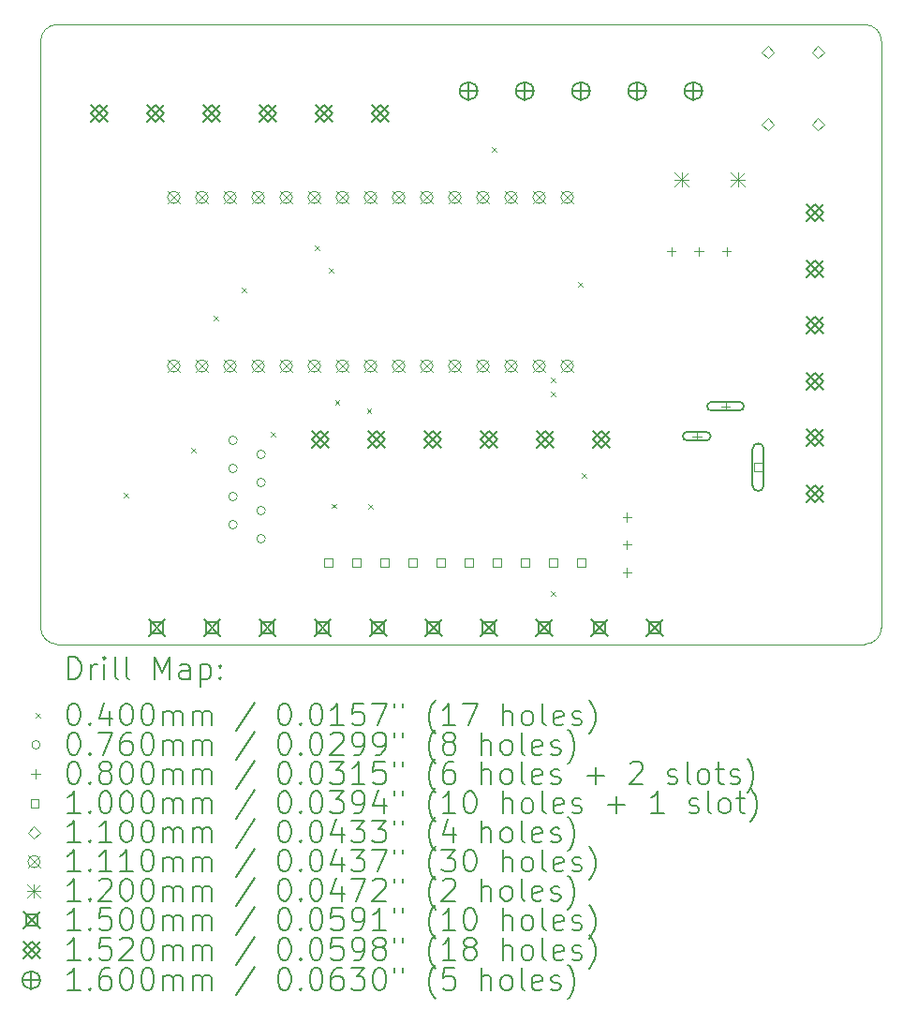
<source format=gbr>
%TF.GenerationSoftware,KiCad,Pcbnew,(6.0.7)*%
%TF.CreationDate,2022-10-05T08:02:07-05:00*%
%TF.ProjectId,ScareBanger_PCB,53636172-6542-4616-9e67-65725f504342,rev?*%
%TF.SameCoordinates,Original*%
%TF.FileFunction,Drillmap*%
%TF.FilePolarity,Positive*%
%FSLAX45Y45*%
G04 Gerber Fmt 4.5, Leading zero omitted, Abs format (unit mm)*
G04 Created by KiCad (PCBNEW (6.0.7)) date 2022-10-05 08:02:07*
%MOMM*%
%LPD*%
G01*
G04 APERTURE LIST*
%ADD10C,0.100000*%
%ADD11C,0.200000*%
%ADD12C,0.040000*%
%ADD13C,0.076000*%
%ADD14C,0.080000*%
%ADD15C,0.110000*%
%ADD16C,0.111000*%
%ADD17C,0.120000*%
%ADD18C,0.150000*%
%ADD19C,0.152000*%
%ADD20C,0.160000*%
G04 APERTURE END LIST*
D10*
X17700000Y-8750000D02*
G75*
G03*
X17550000Y-8600000I-150000J0D01*
G01*
X10100000Y-14050000D02*
G75*
G03*
X10250000Y-14200000I150000J0D01*
G01*
X17550000Y-14200000D02*
X10250000Y-14200000D01*
X10100000Y-14050000D02*
X10100000Y-8750000D01*
X10250000Y-8600000D02*
X17550000Y-8600000D01*
X10250000Y-8600000D02*
G75*
G03*
X10100000Y-8750000I0J-150000D01*
G01*
X17550000Y-14200000D02*
G75*
G03*
X17700000Y-14050000I0J150000D01*
G01*
X17700000Y-8750000D02*
X17700000Y-14050000D01*
D11*
D12*
X10851200Y-12832400D02*
X10891200Y-12872400D01*
X10891200Y-12832400D02*
X10851200Y-12872400D01*
X11460800Y-12426000D02*
X11500800Y-12466000D01*
X11500800Y-12426000D02*
X11460800Y-12466000D01*
X11664000Y-11232200D02*
X11704000Y-11272200D01*
X11704000Y-11232200D02*
X11664000Y-11272200D01*
X11918000Y-10978200D02*
X11958000Y-11018200D01*
X11958000Y-10978200D02*
X11918000Y-11018200D01*
X12180000Y-12280000D02*
X12220000Y-12320000D01*
X12220000Y-12280000D02*
X12180000Y-12320000D01*
X12578400Y-10597200D02*
X12618400Y-10637200D01*
X12618400Y-10597200D02*
X12578400Y-10637200D01*
X12705400Y-10800400D02*
X12745400Y-10840400D01*
X12745400Y-10800400D02*
X12705400Y-10840400D01*
X12730000Y-12930000D02*
X12770000Y-12970000D01*
X12770000Y-12930000D02*
X12730000Y-12970000D01*
X12760000Y-11995000D02*
X12800000Y-12035000D01*
X12800000Y-11995000D02*
X12760000Y-12035000D01*
X13048300Y-12070400D02*
X13088300Y-12110400D01*
X13088300Y-12070400D02*
X13048300Y-12110400D01*
X13061000Y-12934000D02*
X13101000Y-12974000D01*
X13101000Y-12934000D02*
X13061000Y-12974000D01*
X14178600Y-9708200D02*
X14218600Y-9748200D01*
X14218600Y-9708200D02*
X14178600Y-9748200D01*
X14712000Y-11791000D02*
X14752000Y-11831000D01*
X14752000Y-11791000D02*
X14712000Y-11831000D01*
X14712000Y-11918000D02*
X14752000Y-11958000D01*
X14752000Y-11918000D02*
X14712000Y-11958000D01*
X14712000Y-13721400D02*
X14752000Y-13761400D01*
X14752000Y-13721400D02*
X14712000Y-13761400D01*
X14955000Y-10930000D02*
X14995000Y-10970000D01*
X14995000Y-10930000D02*
X14955000Y-10970000D01*
X14991400Y-12654600D02*
X15031400Y-12694600D01*
X15031400Y-12654600D02*
X14991400Y-12694600D01*
D13*
X11876400Y-12357100D02*
G75*
G03*
X11876400Y-12357100I-38000J0D01*
G01*
X11876400Y-12611100D02*
G75*
G03*
X11876400Y-12611100I-38000J0D01*
G01*
X11876400Y-12865100D02*
G75*
G03*
X11876400Y-12865100I-38000J0D01*
G01*
X11876400Y-13119100D02*
G75*
G03*
X11876400Y-13119100I-38000J0D01*
G01*
X12130400Y-12484100D02*
G75*
G03*
X12130400Y-12484100I-38000J0D01*
G01*
X12130400Y-12738100D02*
G75*
G03*
X12130400Y-12738100I-38000J0D01*
G01*
X12130400Y-12992100D02*
G75*
G03*
X12130400Y-12992100I-38000J0D01*
G01*
X12130400Y-13246100D02*
G75*
G03*
X12130400Y-13246100I-38000J0D01*
G01*
D14*
X15400000Y-13010000D02*
X15400000Y-13090000D01*
X15360000Y-13050000D02*
X15440000Y-13050000D01*
X15400000Y-13260000D02*
X15400000Y-13340000D01*
X15360000Y-13300000D02*
X15440000Y-13300000D01*
X15400000Y-13510000D02*
X15400000Y-13590000D01*
X15360000Y-13550000D02*
X15440000Y-13550000D01*
X15800000Y-10610000D02*
X15800000Y-10690000D01*
X15760000Y-10650000D02*
X15840000Y-10650000D01*
X16030000Y-12280000D02*
X16030000Y-12360000D01*
X15990000Y-12320000D02*
X16070000Y-12320000D01*
D11*
X16115000Y-12280000D02*
X15945000Y-12280000D01*
X16115000Y-12360000D02*
X15945000Y-12360000D01*
X15945000Y-12280000D02*
G75*
G03*
X15945000Y-12360000I0J-40000D01*
G01*
X16115000Y-12360000D02*
G75*
G03*
X16115000Y-12280000I0J40000D01*
G01*
D14*
X16050000Y-10610000D02*
X16050000Y-10690000D01*
X16010000Y-10650000D02*
X16090000Y-10650000D01*
X16290000Y-12010000D02*
X16290000Y-12090000D01*
X16250000Y-12050000D02*
X16330000Y-12050000D01*
D11*
X16415000Y-12010000D02*
X16165000Y-12010000D01*
X16415000Y-12090000D02*
X16165000Y-12090000D01*
X16165000Y-12010000D02*
G75*
G03*
X16165000Y-12090000I0J-40000D01*
G01*
X16415000Y-12090000D02*
G75*
G03*
X16415000Y-12010000I0J40000D01*
G01*
D14*
X16300000Y-10610000D02*
X16300000Y-10690000D01*
X16260000Y-10650000D02*
X16340000Y-10650000D01*
D10*
X12735356Y-13497356D02*
X12735356Y-13426644D01*
X12664644Y-13426644D01*
X12664644Y-13497356D01*
X12735356Y-13497356D01*
X12989356Y-13497356D02*
X12989356Y-13426644D01*
X12918644Y-13426644D01*
X12918644Y-13497356D01*
X12989356Y-13497356D01*
X13243356Y-13497356D02*
X13243356Y-13426644D01*
X13172644Y-13426644D01*
X13172644Y-13497356D01*
X13243356Y-13497356D01*
X13497356Y-13497356D02*
X13497356Y-13426644D01*
X13426644Y-13426644D01*
X13426644Y-13497356D01*
X13497356Y-13497356D01*
X13751356Y-13497356D02*
X13751356Y-13426644D01*
X13680644Y-13426644D01*
X13680644Y-13497356D01*
X13751356Y-13497356D01*
X14005356Y-13497356D02*
X14005356Y-13426644D01*
X13934644Y-13426644D01*
X13934644Y-13497356D01*
X14005356Y-13497356D01*
X14259356Y-13497356D02*
X14259356Y-13426644D01*
X14188644Y-13426644D01*
X14188644Y-13497356D01*
X14259356Y-13497356D01*
X14513356Y-13497356D02*
X14513356Y-13426644D01*
X14442644Y-13426644D01*
X14442644Y-13497356D01*
X14513356Y-13497356D01*
X14767356Y-13497356D02*
X14767356Y-13426644D01*
X14696644Y-13426644D01*
X14696644Y-13497356D01*
X14767356Y-13497356D01*
X15021356Y-13497356D02*
X15021356Y-13426644D01*
X14950644Y-13426644D01*
X14950644Y-13497356D01*
X15021356Y-13497356D01*
X16620356Y-12635356D02*
X16620356Y-12564644D01*
X16549644Y-12564644D01*
X16549644Y-12635356D01*
X16620356Y-12635356D01*
D11*
X16535000Y-12435000D02*
X16535000Y-12765000D01*
X16635000Y-12435000D02*
X16635000Y-12765000D01*
X16535000Y-12765000D02*
G75*
G03*
X16635000Y-12765000I50000J0D01*
G01*
X16635000Y-12435000D02*
G75*
G03*
X16535000Y-12435000I-50000J0D01*
G01*
D15*
X16675000Y-8905000D02*
X16730000Y-8850000D01*
X16675000Y-8795000D01*
X16620000Y-8850000D01*
X16675000Y-8905000D01*
X16675000Y-9555000D02*
X16730000Y-9500000D01*
X16675000Y-9445000D01*
X16620000Y-9500000D01*
X16675000Y-9555000D01*
X17125000Y-8905000D02*
X17180000Y-8850000D01*
X17125000Y-8795000D01*
X17070000Y-8850000D01*
X17125000Y-8905000D01*
X17125000Y-9555000D02*
X17180000Y-9500000D01*
X17125000Y-9445000D01*
X17070000Y-9500000D01*
X17125000Y-9555000D01*
D16*
X11247500Y-10105500D02*
X11358500Y-10216500D01*
X11358500Y-10105500D02*
X11247500Y-10216500D01*
X11358500Y-10161000D02*
G75*
G03*
X11358500Y-10161000I-55500J0D01*
G01*
X11247500Y-11629500D02*
X11358500Y-11740500D01*
X11358500Y-11629500D02*
X11247500Y-11740500D01*
X11358500Y-11685000D02*
G75*
G03*
X11358500Y-11685000I-55500J0D01*
G01*
X11501500Y-10105500D02*
X11612500Y-10216500D01*
X11612500Y-10105500D02*
X11501500Y-10216500D01*
X11612500Y-10161000D02*
G75*
G03*
X11612500Y-10161000I-55500J0D01*
G01*
X11501500Y-11629500D02*
X11612500Y-11740500D01*
X11612500Y-11629500D02*
X11501500Y-11740500D01*
X11612500Y-11685000D02*
G75*
G03*
X11612500Y-11685000I-55500J0D01*
G01*
X11755500Y-10105500D02*
X11866500Y-10216500D01*
X11866500Y-10105500D02*
X11755500Y-10216500D01*
X11866500Y-10161000D02*
G75*
G03*
X11866500Y-10161000I-55500J0D01*
G01*
X11755500Y-11629500D02*
X11866500Y-11740500D01*
X11866500Y-11629500D02*
X11755500Y-11740500D01*
X11866500Y-11685000D02*
G75*
G03*
X11866500Y-11685000I-55500J0D01*
G01*
X12009500Y-10105500D02*
X12120500Y-10216500D01*
X12120500Y-10105500D02*
X12009500Y-10216500D01*
X12120500Y-10161000D02*
G75*
G03*
X12120500Y-10161000I-55500J0D01*
G01*
X12009500Y-11629500D02*
X12120500Y-11740500D01*
X12120500Y-11629500D02*
X12009500Y-11740500D01*
X12120500Y-11685000D02*
G75*
G03*
X12120500Y-11685000I-55500J0D01*
G01*
X12263500Y-10105500D02*
X12374500Y-10216500D01*
X12374500Y-10105500D02*
X12263500Y-10216500D01*
X12374500Y-10161000D02*
G75*
G03*
X12374500Y-10161000I-55500J0D01*
G01*
X12263500Y-11629500D02*
X12374500Y-11740500D01*
X12374500Y-11629500D02*
X12263500Y-11740500D01*
X12374500Y-11685000D02*
G75*
G03*
X12374500Y-11685000I-55500J0D01*
G01*
X12517500Y-10105500D02*
X12628500Y-10216500D01*
X12628500Y-10105500D02*
X12517500Y-10216500D01*
X12628500Y-10161000D02*
G75*
G03*
X12628500Y-10161000I-55500J0D01*
G01*
X12517500Y-11629500D02*
X12628500Y-11740500D01*
X12628500Y-11629500D02*
X12517500Y-11740500D01*
X12628500Y-11685000D02*
G75*
G03*
X12628500Y-11685000I-55500J0D01*
G01*
X12771500Y-10105500D02*
X12882500Y-10216500D01*
X12882500Y-10105500D02*
X12771500Y-10216500D01*
X12882500Y-10161000D02*
G75*
G03*
X12882500Y-10161000I-55500J0D01*
G01*
X12771500Y-11629500D02*
X12882500Y-11740500D01*
X12882500Y-11629500D02*
X12771500Y-11740500D01*
X12882500Y-11685000D02*
G75*
G03*
X12882500Y-11685000I-55500J0D01*
G01*
X13025500Y-10105500D02*
X13136500Y-10216500D01*
X13136500Y-10105500D02*
X13025500Y-10216500D01*
X13136500Y-10161000D02*
G75*
G03*
X13136500Y-10161000I-55500J0D01*
G01*
X13025500Y-11629500D02*
X13136500Y-11740500D01*
X13136500Y-11629500D02*
X13025500Y-11740500D01*
X13136500Y-11685000D02*
G75*
G03*
X13136500Y-11685000I-55500J0D01*
G01*
X13279500Y-10105500D02*
X13390500Y-10216500D01*
X13390500Y-10105500D02*
X13279500Y-10216500D01*
X13390500Y-10161000D02*
G75*
G03*
X13390500Y-10161000I-55500J0D01*
G01*
X13279500Y-11629500D02*
X13390500Y-11740500D01*
X13390500Y-11629500D02*
X13279500Y-11740500D01*
X13390500Y-11685000D02*
G75*
G03*
X13390500Y-11685000I-55500J0D01*
G01*
X13533500Y-10105500D02*
X13644500Y-10216500D01*
X13644500Y-10105500D02*
X13533500Y-10216500D01*
X13644500Y-10161000D02*
G75*
G03*
X13644500Y-10161000I-55500J0D01*
G01*
X13533500Y-11629500D02*
X13644500Y-11740500D01*
X13644500Y-11629500D02*
X13533500Y-11740500D01*
X13644500Y-11685000D02*
G75*
G03*
X13644500Y-11685000I-55500J0D01*
G01*
X13787500Y-10105500D02*
X13898500Y-10216500D01*
X13898500Y-10105500D02*
X13787500Y-10216500D01*
X13898500Y-10161000D02*
G75*
G03*
X13898500Y-10161000I-55500J0D01*
G01*
X13787500Y-11629500D02*
X13898500Y-11740500D01*
X13898500Y-11629500D02*
X13787500Y-11740500D01*
X13898500Y-11685000D02*
G75*
G03*
X13898500Y-11685000I-55500J0D01*
G01*
X14041500Y-10105500D02*
X14152500Y-10216500D01*
X14152500Y-10105500D02*
X14041500Y-10216500D01*
X14152500Y-10161000D02*
G75*
G03*
X14152500Y-10161000I-55500J0D01*
G01*
X14041500Y-11629500D02*
X14152500Y-11740500D01*
X14152500Y-11629500D02*
X14041500Y-11740500D01*
X14152500Y-11685000D02*
G75*
G03*
X14152500Y-11685000I-55500J0D01*
G01*
X14295500Y-10105500D02*
X14406500Y-10216500D01*
X14406500Y-10105500D02*
X14295500Y-10216500D01*
X14406500Y-10161000D02*
G75*
G03*
X14406500Y-10161000I-55500J0D01*
G01*
X14295500Y-11629500D02*
X14406500Y-11740500D01*
X14406500Y-11629500D02*
X14295500Y-11740500D01*
X14406500Y-11685000D02*
G75*
G03*
X14406500Y-11685000I-55500J0D01*
G01*
X14549500Y-10105500D02*
X14660500Y-10216500D01*
X14660500Y-10105500D02*
X14549500Y-10216500D01*
X14660500Y-10161000D02*
G75*
G03*
X14660500Y-10161000I-55500J0D01*
G01*
X14549500Y-11629500D02*
X14660500Y-11740500D01*
X14660500Y-11629500D02*
X14549500Y-11740500D01*
X14660500Y-11685000D02*
G75*
G03*
X14660500Y-11685000I-55500J0D01*
G01*
X14803500Y-10105500D02*
X14914500Y-10216500D01*
X14914500Y-10105500D02*
X14803500Y-10216500D01*
X14914500Y-10161000D02*
G75*
G03*
X14914500Y-10161000I-55500J0D01*
G01*
X14803500Y-11629500D02*
X14914500Y-11740500D01*
X14914500Y-11629500D02*
X14803500Y-11740500D01*
X14914500Y-11685000D02*
G75*
G03*
X14914500Y-11685000I-55500J0D01*
G01*
D17*
X15832000Y-9940000D02*
X15952000Y-10060000D01*
X15952000Y-9940000D02*
X15832000Y-10060000D01*
X15892000Y-9940000D02*
X15892000Y-10060000D01*
X15832000Y-10000000D02*
X15952000Y-10000000D01*
X16340000Y-9940000D02*
X16460000Y-10060000D01*
X16460000Y-9940000D02*
X16340000Y-10060000D01*
X16400000Y-9940000D02*
X16400000Y-10060000D01*
X16340000Y-10000000D02*
X16460000Y-10000000D01*
D18*
X11075000Y-13975000D02*
X11225000Y-14125000D01*
X11225000Y-13975000D02*
X11075000Y-14125000D01*
X11203033Y-14103033D02*
X11203033Y-13996966D01*
X11096967Y-13996966D01*
X11096967Y-14103033D01*
X11203033Y-14103033D01*
X11575000Y-13975000D02*
X11725000Y-14125000D01*
X11725000Y-13975000D02*
X11575000Y-14125000D01*
X11703033Y-14103033D02*
X11703033Y-13996966D01*
X11596966Y-13996966D01*
X11596966Y-14103033D01*
X11703033Y-14103033D01*
X12075000Y-13975000D02*
X12225000Y-14125000D01*
X12225000Y-13975000D02*
X12075000Y-14125000D01*
X12203033Y-14103033D02*
X12203033Y-13996966D01*
X12096966Y-13996966D01*
X12096966Y-14103033D01*
X12203033Y-14103033D01*
X12575000Y-13975000D02*
X12725000Y-14125000D01*
X12725000Y-13975000D02*
X12575000Y-14125000D01*
X12703033Y-14103033D02*
X12703033Y-13996966D01*
X12596966Y-13996966D01*
X12596966Y-14103033D01*
X12703033Y-14103033D01*
X13075000Y-13975000D02*
X13225000Y-14125000D01*
X13225000Y-13975000D02*
X13075000Y-14125000D01*
X13203033Y-14103033D02*
X13203033Y-13996966D01*
X13096966Y-13996966D01*
X13096966Y-14103033D01*
X13203033Y-14103033D01*
X13575000Y-13975000D02*
X13725000Y-14125000D01*
X13725000Y-13975000D02*
X13575000Y-14125000D01*
X13703033Y-14103033D02*
X13703033Y-13996966D01*
X13596966Y-13996966D01*
X13596966Y-14103033D01*
X13703033Y-14103033D01*
X14075000Y-13975000D02*
X14225000Y-14125000D01*
X14225000Y-13975000D02*
X14075000Y-14125000D01*
X14203033Y-14103033D02*
X14203033Y-13996966D01*
X14096966Y-13996966D01*
X14096966Y-14103033D01*
X14203033Y-14103033D01*
X14575000Y-13975000D02*
X14725000Y-14125000D01*
X14725000Y-13975000D02*
X14575000Y-14125000D01*
X14703033Y-14103033D02*
X14703033Y-13996966D01*
X14596966Y-13996966D01*
X14596966Y-14103033D01*
X14703033Y-14103033D01*
X15075000Y-13975000D02*
X15225000Y-14125000D01*
X15225000Y-13975000D02*
X15075000Y-14125000D01*
X15203033Y-14103033D02*
X15203033Y-13996966D01*
X15096966Y-13996966D01*
X15096966Y-14103033D01*
X15203033Y-14103033D01*
X15575000Y-13975000D02*
X15725000Y-14125000D01*
X15725000Y-13975000D02*
X15575000Y-14125000D01*
X15703033Y-14103033D02*
X15703033Y-13996966D01*
X15596966Y-13996966D01*
X15596966Y-14103033D01*
X15703033Y-14103033D01*
D19*
X10554000Y-9324000D02*
X10706000Y-9476000D01*
X10706000Y-9324000D02*
X10554000Y-9476000D01*
X10630000Y-9476000D02*
X10706000Y-9400000D01*
X10630000Y-9324000D01*
X10554000Y-9400000D01*
X10630000Y-9476000D01*
X11062000Y-9324000D02*
X11214000Y-9476000D01*
X11214000Y-9324000D02*
X11062000Y-9476000D01*
X11138000Y-9476000D02*
X11214000Y-9400000D01*
X11138000Y-9324000D01*
X11062000Y-9400000D01*
X11138000Y-9476000D01*
X11570000Y-9324000D02*
X11722000Y-9476000D01*
X11722000Y-9324000D02*
X11570000Y-9476000D01*
X11646000Y-9476000D02*
X11722000Y-9400000D01*
X11646000Y-9324000D01*
X11570000Y-9400000D01*
X11646000Y-9476000D01*
X12078000Y-9324000D02*
X12230000Y-9476000D01*
X12230000Y-9324000D02*
X12078000Y-9476000D01*
X12154000Y-9476000D02*
X12230000Y-9400000D01*
X12154000Y-9324000D01*
X12078000Y-9400000D01*
X12154000Y-9476000D01*
X12554000Y-12274000D02*
X12706000Y-12426000D01*
X12706000Y-12274000D02*
X12554000Y-12426000D01*
X12630000Y-12426000D02*
X12706000Y-12350000D01*
X12630000Y-12274000D01*
X12554000Y-12350000D01*
X12630000Y-12426000D01*
X12586000Y-9324000D02*
X12738000Y-9476000D01*
X12738000Y-9324000D02*
X12586000Y-9476000D01*
X12662000Y-9476000D02*
X12738000Y-9400000D01*
X12662000Y-9324000D01*
X12586000Y-9400000D01*
X12662000Y-9476000D01*
X13062000Y-12274000D02*
X13214000Y-12426000D01*
X13214000Y-12274000D02*
X13062000Y-12426000D01*
X13138000Y-12426000D02*
X13214000Y-12350000D01*
X13138000Y-12274000D01*
X13062000Y-12350000D01*
X13138000Y-12426000D01*
X13094000Y-9324000D02*
X13246000Y-9476000D01*
X13246000Y-9324000D02*
X13094000Y-9476000D01*
X13170000Y-9476000D02*
X13246000Y-9400000D01*
X13170000Y-9324000D01*
X13094000Y-9400000D01*
X13170000Y-9476000D01*
X13570000Y-12274000D02*
X13722000Y-12426000D01*
X13722000Y-12274000D02*
X13570000Y-12426000D01*
X13646000Y-12426000D02*
X13722000Y-12350000D01*
X13646000Y-12274000D01*
X13570000Y-12350000D01*
X13646000Y-12426000D01*
X14078000Y-12274000D02*
X14230000Y-12426000D01*
X14230000Y-12274000D02*
X14078000Y-12426000D01*
X14154000Y-12426000D02*
X14230000Y-12350000D01*
X14154000Y-12274000D01*
X14078000Y-12350000D01*
X14154000Y-12426000D01*
X14586000Y-12274000D02*
X14738000Y-12426000D01*
X14738000Y-12274000D02*
X14586000Y-12426000D01*
X14662000Y-12426000D02*
X14738000Y-12350000D01*
X14662000Y-12274000D01*
X14586000Y-12350000D01*
X14662000Y-12426000D01*
X15094000Y-12274000D02*
X15246000Y-12426000D01*
X15246000Y-12274000D02*
X15094000Y-12426000D01*
X15170000Y-12426000D02*
X15246000Y-12350000D01*
X15170000Y-12274000D01*
X15094000Y-12350000D01*
X15170000Y-12426000D01*
X17024000Y-10224000D02*
X17176000Y-10376000D01*
X17176000Y-10224000D02*
X17024000Y-10376000D01*
X17100000Y-10376000D02*
X17176000Y-10300000D01*
X17100000Y-10224000D01*
X17024000Y-10300000D01*
X17100000Y-10376000D01*
X17024000Y-10732000D02*
X17176000Y-10884000D01*
X17176000Y-10732000D02*
X17024000Y-10884000D01*
X17100000Y-10884000D02*
X17176000Y-10808000D01*
X17100000Y-10732000D01*
X17024000Y-10808000D01*
X17100000Y-10884000D01*
X17024000Y-11240000D02*
X17176000Y-11392000D01*
X17176000Y-11240000D02*
X17024000Y-11392000D01*
X17100000Y-11392000D02*
X17176000Y-11316000D01*
X17100000Y-11240000D01*
X17024000Y-11316000D01*
X17100000Y-11392000D01*
X17024000Y-11748000D02*
X17176000Y-11900000D01*
X17176000Y-11748000D02*
X17024000Y-11900000D01*
X17100000Y-11900000D02*
X17176000Y-11824000D01*
X17100000Y-11748000D01*
X17024000Y-11824000D01*
X17100000Y-11900000D01*
X17024000Y-12256000D02*
X17176000Y-12408000D01*
X17176000Y-12256000D02*
X17024000Y-12408000D01*
X17100000Y-12408000D02*
X17176000Y-12332000D01*
X17100000Y-12256000D01*
X17024000Y-12332000D01*
X17100000Y-12408000D01*
X17024000Y-12764000D02*
X17176000Y-12916000D01*
X17176000Y-12764000D02*
X17024000Y-12916000D01*
X17100000Y-12916000D02*
X17176000Y-12840000D01*
X17100000Y-12764000D01*
X17024000Y-12840000D01*
X17100000Y-12916000D01*
D20*
X13968000Y-9120000D02*
X13968000Y-9280000D01*
X13888000Y-9200000D02*
X14048000Y-9200000D01*
X14048000Y-9200000D02*
G75*
G03*
X14048000Y-9200000I-80000J0D01*
G01*
X14476000Y-9120000D02*
X14476000Y-9280000D01*
X14396000Y-9200000D02*
X14556000Y-9200000D01*
X14556000Y-9200000D02*
G75*
G03*
X14556000Y-9200000I-80000J0D01*
G01*
X14984000Y-9120000D02*
X14984000Y-9280000D01*
X14904000Y-9200000D02*
X15064000Y-9200000D01*
X15064000Y-9200000D02*
G75*
G03*
X15064000Y-9200000I-80000J0D01*
G01*
X15492000Y-9120000D02*
X15492000Y-9280000D01*
X15412000Y-9200000D02*
X15572000Y-9200000D01*
X15572000Y-9200000D02*
G75*
G03*
X15572000Y-9200000I-80000J0D01*
G01*
X16000000Y-9120000D02*
X16000000Y-9280000D01*
X15920000Y-9200000D02*
X16080000Y-9200000D01*
X16080000Y-9200000D02*
G75*
G03*
X16080000Y-9200000I-80000J0D01*
G01*
D11*
X10352619Y-14515476D02*
X10352619Y-14315476D01*
X10400238Y-14315476D01*
X10428810Y-14325000D01*
X10447857Y-14344048D01*
X10457381Y-14363095D01*
X10466905Y-14401190D01*
X10466905Y-14429762D01*
X10457381Y-14467857D01*
X10447857Y-14486905D01*
X10428810Y-14505952D01*
X10400238Y-14515476D01*
X10352619Y-14515476D01*
X10552619Y-14515476D02*
X10552619Y-14382143D01*
X10552619Y-14420238D02*
X10562143Y-14401190D01*
X10571667Y-14391667D01*
X10590714Y-14382143D01*
X10609762Y-14382143D01*
X10676429Y-14515476D02*
X10676429Y-14382143D01*
X10676429Y-14315476D02*
X10666905Y-14325000D01*
X10676429Y-14334524D01*
X10685952Y-14325000D01*
X10676429Y-14315476D01*
X10676429Y-14334524D01*
X10800238Y-14515476D02*
X10781190Y-14505952D01*
X10771667Y-14486905D01*
X10771667Y-14315476D01*
X10905000Y-14515476D02*
X10885952Y-14505952D01*
X10876429Y-14486905D01*
X10876429Y-14315476D01*
X11133571Y-14515476D02*
X11133571Y-14315476D01*
X11200238Y-14458333D01*
X11266905Y-14315476D01*
X11266905Y-14515476D01*
X11447857Y-14515476D02*
X11447857Y-14410714D01*
X11438333Y-14391667D01*
X11419286Y-14382143D01*
X11381190Y-14382143D01*
X11362143Y-14391667D01*
X11447857Y-14505952D02*
X11428809Y-14515476D01*
X11381190Y-14515476D01*
X11362143Y-14505952D01*
X11352619Y-14486905D01*
X11352619Y-14467857D01*
X11362143Y-14448809D01*
X11381190Y-14439286D01*
X11428809Y-14439286D01*
X11447857Y-14429762D01*
X11543095Y-14382143D02*
X11543095Y-14582143D01*
X11543095Y-14391667D02*
X11562143Y-14382143D01*
X11600238Y-14382143D01*
X11619286Y-14391667D01*
X11628809Y-14401190D01*
X11638333Y-14420238D01*
X11638333Y-14477381D01*
X11628809Y-14496428D01*
X11619286Y-14505952D01*
X11600238Y-14515476D01*
X11562143Y-14515476D01*
X11543095Y-14505952D01*
X11724048Y-14496428D02*
X11733571Y-14505952D01*
X11724048Y-14515476D01*
X11714524Y-14505952D01*
X11724048Y-14496428D01*
X11724048Y-14515476D01*
X11724048Y-14391667D02*
X11733571Y-14401190D01*
X11724048Y-14410714D01*
X11714524Y-14401190D01*
X11724048Y-14391667D01*
X11724048Y-14410714D01*
D12*
X10055000Y-14825000D02*
X10095000Y-14865000D01*
X10095000Y-14825000D02*
X10055000Y-14865000D01*
D11*
X10390714Y-14735476D02*
X10409762Y-14735476D01*
X10428810Y-14745000D01*
X10438333Y-14754524D01*
X10447857Y-14773571D01*
X10457381Y-14811667D01*
X10457381Y-14859286D01*
X10447857Y-14897381D01*
X10438333Y-14916428D01*
X10428810Y-14925952D01*
X10409762Y-14935476D01*
X10390714Y-14935476D01*
X10371667Y-14925952D01*
X10362143Y-14916428D01*
X10352619Y-14897381D01*
X10343095Y-14859286D01*
X10343095Y-14811667D01*
X10352619Y-14773571D01*
X10362143Y-14754524D01*
X10371667Y-14745000D01*
X10390714Y-14735476D01*
X10543095Y-14916428D02*
X10552619Y-14925952D01*
X10543095Y-14935476D01*
X10533571Y-14925952D01*
X10543095Y-14916428D01*
X10543095Y-14935476D01*
X10724048Y-14802143D02*
X10724048Y-14935476D01*
X10676429Y-14725952D02*
X10628810Y-14868809D01*
X10752619Y-14868809D01*
X10866905Y-14735476D02*
X10885952Y-14735476D01*
X10905000Y-14745000D01*
X10914524Y-14754524D01*
X10924048Y-14773571D01*
X10933571Y-14811667D01*
X10933571Y-14859286D01*
X10924048Y-14897381D01*
X10914524Y-14916428D01*
X10905000Y-14925952D01*
X10885952Y-14935476D01*
X10866905Y-14935476D01*
X10847857Y-14925952D01*
X10838333Y-14916428D01*
X10828810Y-14897381D01*
X10819286Y-14859286D01*
X10819286Y-14811667D01*
X10828810Y-14773571D01*
X10838333Y-14754524D01*
X10847857Y-14745000D01*
X10866905Y-14735476D01*
X11057381Y-14735476D02*
X11076429Y-14735476D01*
X11095476Y-14745000D01*
X11105000Y-14754524D01*
X11114524Y-14773571D01*
X11124048Y-14811667D01*
X11124048Y-14859286D01*
X11114524Y-14897381D01*
X11105000Y-14916428D01*
X11095476Y-14925952D01*
X11076429Y-14935476D01*
X11057381Y-14935476D01*
X11038333Y-14925952D01*
X11028810Y-14916428D01*
X11019286Y-14897381D01*
X11009762Y-14859286D01*
X11009762Y-14811667D01*
X11019286Y-14773571D01*
X11028810Y-14754524D01*
X11038333Y-14745000D01*
X11057381Y-14735476D01*
X11209762Y-14935476D02*
X11209762Y-14802143D01*
X11209762Y-14821190D02*
X11219286Y-14811667D01*
X11238333Y-14802143D01*
X11266905Y-14802143D01*
X11285952Y-14811667D01*
X11295476Y-14830714D01*
X11295476Y-14935476D01*
X11295476Y-14830714D02*
X11305000Y-14811667D01*
X11324048Y-14802143D01*
X11352619Y-14802143D01*
X11371667Y-14811667D01*
X11381190Y-14830714D01*
X11381190Y-14935476D01*
X11476428Y-14935476D02*
X11476428Y-14802143D01*
X11476428Y-14821190D02*
X11485952Y-14811667D01*
X11505000Y-14802143D01*
X11533571Y-14802143D01*
X11552619Y-14811667D01*
X11562143Y-14830714D01*
X11562143Y-14935476D01*
X11562143Y-14830714D02*
X11571667Y-14811667D01*
X11590714Y-14802143D01*
X11619286Y-14802143D01*
X11638333Y-14811667D01*
X11647857Y-14830714D01*
X11647857Y-14935476D01*
X12038333Y-14725952D02*
X11866905Y-14983095D01*
X12295476Y-14735476D02*
X12314524Y-14735476D01*
X12333571Y-14745000D01*
X12343095Y-14754524D01*
X12352619Y-14773571D01*
X12362143Y-14811667D01*
X12362143Y-14859286D01*
X12352619Y-14897381D01*
X12343095Y-14916428D01*
X12333571Y-14925952D01*
X12314524Y-14935476D01*
X12295476Y-14935476D01*
X12276428Y-14925952D01*
X12266905Y-14916428D01*
X12257381Y-14897381D01*
X12247857Y-14859286D01*
X12247857Y-14811667D01*
X12257381Y-14773571D01*
X12266905Y-14754524D01*
X12276428Y-14745000D01*
X12295476Y-14735476D01*
X12447857Y-14916428D02*
X12457381Y-14925952D01*
X12447857Y-14935476D01*
X12438333Y-14925952D01*
X12447857Y-14916428D01*
X12447857Y-14935476D01*
X12581190Y-14735476D02*
X12600238Y-14735476D01*
X12619286Y-14745000D01*
X12628809Y-14754524D01*
X12638333Y-14773571D01*
X12647857Y-14811667D01*
X12647857Y-14859286D01*
X12638333Y-14897381D01*
X12628809Y-14916428D01*
X12619286Y-14925952D01*
X12600238Y-14935476D01*
X12581190Y-14935476D01*
X12562143Y-14925952D01*
X12552619Y-14916428D01*
X12543095Y-14897381D01*
X12533571Y-14859286D01*
X12533571Y-14811667D01*
X12543095Y-14773571D01*
X12552619Y-14754524D01*
X12562143Y-14745000D01*
X12581190Y-14735476D01*
X12838333Y-14935476D02*
X12724048Y-14935476D01*
X12781190Y-14935476D02*
X12781190Y-14735476D01*
X12762143Y-14764048D01*
X12743095Y-14783095D01*
X12724048Y-14792619D01*
X13019286Y-14735476D02*
X12924048Y-14735476D01*
X12914524Y-14830714D01*
X12924048Y-14821190D01*
X12943095Y-14811667D01*
X12990714Y-14811667D01*
X13009762Y-14821190D01*
X13019286Y-14830714D01*
X13028809Y-14849762D01*
X13028809Y-14897381D01*
X13019286Y-14916428D01*
X13009762Y-14925952D01*
X12990714Y-14935476D01*
X12943095Y-14935476D01*
X12924048Y-14925952D01*
X12914524Y-14916428D01*
X13095476Y-14735476D02*
X13228809Y-14735476D01*
X13143095Y-14935476D01*
X13295476Y-14735476D02*
X13295476Y-14773571D01*
X13371667Y-14735476D02*
X13371667Y-14773571D01*
X13666905Y-15011667D02*
X13657381Y-15002143D01*
X13638333Y-14973571D01*
X13628809Y-14954524D01*
X13619286Y-14925952D01*
X13609762Y-14878333D01*
X13609762Y-14840238D01*
X13619286Y-14792619D01*
X13628809Y-14764048D01*
X13638333Y-14745000D01*
X13657381Y-14716428D01*
X13666905Y-14706905D01*
X13847857Y-14935476D02*
X13733571Y-14935476D01*
X13790714Y-14935476D02*
X13790714Y-14735476D01*
X13771667Y-14764048D01*
X13752619Y-14783095D01*
X13733571Y-14792619D01*
X13914524Y-14735476D02*
X14047857Y-14735476D01*
X13962143Y-14935476D01*
X14276428Y-14935476D02*
X14276428Y-14735476D01*
X14362143Y-14935476D02*
X14362143Y-14830714D01*
X14352619Y-14811667D01*
X14333571Y-14802143D01*
X14305000Y-14802143D01*
X14285952Y-14811667D01*
X14276428Y-14821190D01*
X14485952Y-14935476D02*
X14466905Y-14925952D01*
X14457381Y-14916428D01*
X14447857Y-14897381D01*
X14447857Y-14840238D01*
X14457381Y-14821190D01*
X14466905Y-14811667D01*
X14485952Y-14802143D01*
X14514524Y-14802143D01*
X14533571Y-14811667D01*
X14543095Y-14821190D01*
X14552619Y-14840238D01*
X14552619Y-14897381D01*
X14543095Y-14916428D01*
X14533571Y-14925952D01*
X14514524Y-14935476D01*
X14485952Y-14935476D01*
X14666905Y-14935476D02*
X14647857Y-14925952D01*
X14638333Y-14906905D01*
X14638333Y-14735476D01*
X14819286Y-14925952D02*
X14800238Y-14935476D01*
X14762143Y-14935476D01*
X14743095Y-14925952D01*
X14733571Y-14906905D01*
X14733571Y-14830714D01*
X14743095Y-14811667D01*
X14762143Y-14802143D01*
X14800238Y-14802143D01*
X14819286Y-14811667D01*
X14828809Y-14830714D01*
X14828809Y-14849762D01*
X14733571Y-14868809D01*
X14905000Y-14925952D02*
X14924048Y-14935476D01*
X14962143Y-14935476D01*
X14981190Y-14925952D01*
X14990714Y-14906905D01*
X14990714Y-14897381D01*
X14981190Y-14878333D01*
X14962143Y-14868809D01*
X14933571Y-14868809D01*
X14914524Y-14859286D01*
X14905000Y-14840238D01*
X14905000Y-14830714D01*
X14914524Y-14811667D01*
X14933571Y-14802143D01*
X14962143Y-14802143D01*
X14981190Y-14811667D01*
X15057381Y-15011667D02*
X15066905Y-15002143D01*
X15085952Y-14973571D01*
X15095476Y-14954524D01*
X15105000Y-14925952D01*
X15114524Y-14878333D01*
X15114524Y-14840238D01*
X15105000Y-14792619D01*
X15095476Y-14764048D01*
X15085952Y-14745000D01*
X15066905Y-14716428D01*
X15057381Y-14706905D01*
D13*
X10095000Y-15109000D02*
G75*
G03*
X10095000Y-15109000I-38000J0D01*
G01*
D11*
X10390714Y-14999476D02*
X10409762Y-14999476D01*
X10428810Y-15009000D01*
X10438333Y-15018524D01*
X10447857Y-15037571D01*
X10457381Y-15075667D01*
X10457381Y-15123286D01*
X10447857Y-15161381D01*
X10438333Y-15180428D01*
X10428810Y-15189952D01*
X10409762Y-15199476D01*
X10390714Y-15199476D01*
X10371667Y-15189952D01*
X10362143Y-15180428D01*
X10352619Y-15161381D01*
X10343095Y-15123286D01*
X10343095Y-15075667D01*
X10352619Y-15037571D01*
X10362143Y-15018524D01*
X10371667Y-15009000D01*
X10390714Y-14999476D01*
X10543095Y-15180428D02*
X10552619Y-15189952D01*
X10543095Y-15199476D01*
X10533571Y-15189952D01*
X10543095Y-15180428D01*
X10543095Y-15199476D01*
X10619286Y-14999476D02*
X10752619Y-14999476D01*
X10666905Y-15199476D01*
X10914524Y-14999476D02*
X10876429Y-14999476D01*
X10857381Y-15009000D01*
X10847857Y-15018524D01*
X10828810Y-15047095D01*
X10819286Y-15085190D01*
X10819286Y-15161381D01*
X10828810Y-15180428D01*
X10838333Y-15189952D01*
X10857381Y-15199476D01*
X10895476Y-15199476D01*
X10914524Y-15189952D01*
X10924048Y-15180428D01*
X10933571Y-15161381D01*
X10933571Y-15113762D01*
X10924048Y-15094714D01*
X10914524Y-15085190D01*
X10895476Y-15075667D01*
X10857381Y-15075667D01*
X10838333Y-15085190D01*
X10828810Y-15094714D01*
X10819286Y-15113762D01*
X11057381Y-14999476D02*
X11076429Y-14999476D01*
X11095476Y-15009000D01*
X11105000Y-15018524D01*
X11114524Y-15037571D01*
X11124048Y-15075667D01*
X11124048Y-15123286D01*
X11114524Y-15161381D01*
X11105000Y-15180428D01*
X11095476Y-15189952D01*
X11076429Y-15199476D01*
X11057381Y-15199476D01*
X11038333Y-15189952D01*
X11028810Y-15180428D01*
X11019286Y-15161381D01*
X11009762Y-15123286D01*
X11009762Y-15075667D01*
X11019286Y-15037571D01*
X11028810Y-15018524D01*
X11038333Y-15009000D01*
X11057381Y-14999476D01*
X11209762Y-15199476D02*
X11209762Y-15066143D01*
X11209762Y-15085190D02*
X11219286Y-15075667D01*
X11238333Y-15066143D01*
X11266905Y-15066143D01*
X11285952Y-15075667D01*
X11295476Y-15094714D01*
X11295476Y-15199476D01*
X11295476Y-15094714D02*
X11305000Y-15075667D01*
X11324048Y-15066143D01*
X11352619Y-15066143D01*
X11371667Y-15075667D01*
X11381190Y-15094714D01*
X11381190Y-15199476D01*
X11476428Y-15199476D02*
X11476428Y-15066143D01*
X11476428Y-15085190D02*
X11485952Y-15075667D01*
X11505000Y-15066143D01*
X11533571Y-15066143D01*
X11552619Y-15075667D01*
X11562143Y-15094714D01*
X11562143Y-15199476D01*
X11562143Y-15094714D02*
X11571667Y-15075667D01*
X11590714Y-15066143D01*
X11619286Y-15066143D01*
X11638333Y-15075667D01*
X11647857Y-15094714D01*
X11647857Y-15199476D01*
X12038333Y-14989952D02*
X11866905Y-15247095D01*
X12295476Y-14999476D02*
X12314524Y-14999476D01*
X12333571Y-15009000D01*
X12343095Y-15018524D01*
X12352619Y-15037571D01*
X12362143Y-15075667D01*
X12362143Y-15123286D01*
X12352619Y-15161381D01*
X12343095Y-15180428D01*
X12333571Y-15189952D01*
X12314524Y-15199476D01*
X12295476Y-15199476D01*
X12276428Y-15189952D01*
X12266905Y-15180428D01*
X12257381Y-15161381D01*
X12247857Y-15123286D01*
X12247857Y-15075667D01*
X12257381Y-15037571D01*
X12266905Y-15018524D01*
X12276428Y-15009000D01*
X12295476Y-14999476D01*
X12447857Y-15180428D02*
X12457381Y-15189952D01*
X12447857Y-15199476D01*
X12438333Y-15189952D01*
X12447857Y-15180428D01*
X12447857Y-15199476D01*
X12581190Y-14999476D02*
X12600238Y-14999476D01*
X12619286Y-15009000D01*
X12628809Y-15018524D01*
X12638333Y-15037571D01*
X12647857Y-15075667D01*
X12647857Y-15123286D01*
X12638333Y-15161381D01*
X12628809Y-15180428D01*
X12619286Y-15189952D01*
X12600238Y-15199476D01*
X12581190Y-15199476D01*
X12562143Y-15189952D01*
X12552619Y-15180428D01*
X12543095Y-15161381D01*
X12533571Y-15123286D01*
X12533571Y-15075667D01*
X12543095Y-15037571D01*
X12552619Y-15018524D01*
X12562143Y-15009000D01*
X12581190Y-14999476D01*
X12724048Y-15018524D02*
X12733571Y-15009000D01*
X12752619Y-14999476D01*
X12800238Y-14999476D01*
X12819286Y-15009000D01*
X12828809Y-15018524D01*
X12838333Y-15037571D01*
X12838333Y-15056619D01*
X12828809Y-15085190D01*
X12714524Y-15199476D01*
X12838333Y-15199476D01*
X12933571Y-15199476D02*
X12971667Y-15199476D01*
X12990714Y-15189952D01*
X13000238Y-15180428D01*
X13019286Y-15151857D01*
X13028809Y-15113762D01*
X13028809Y-15037571D01*
X13019286Y-15018524D01*
X13009762Y-15009000D01*
X12990714Y-14999476D01*
X12952619Y-14999476D01*
X12933571Y-15009000D01*
X12924048Y-15018524D01*
X12914524Y-15037571D01*
X12914524Y-15085190D01*
X12924048Y-15104238D01*
X12933571Y-15113762D01*
X12952619Y-15123286D01*
X12990714Y-15123286D01*
X13009762Y-15113762D01*
X13019286Y-15104238D01*
X13028809Y-15085190D01*
X13124048Y-15199476D02*
X13162143Y-15199476D01*
X13181190Y-15189952D01*
X13190714Y-15180428D01*
X13209762Y-15151857D01*
X13219286Y-15113762D01*
X13219286Y-15037571D01*
X13209762Y-15018524D01*
X13200238Y-15009000D01*
X13181190Y-14999476D01*
X13143095Y-14999476D01*
X13124048Y-15009000D01*
X13114524Y-15018524D01*
X13105000Y-15037571D01*
X13105000Y-15085190D01*
X13114524Y-15104238D01*
X13124048Y-15113762D01*
X13143095Y-15123286D01*
X13181190Y-15123286D01*
X13200238Y-15113762D01*
X13209762Y-15104238D01*
X13219286Y-15085190D01*
X13295476Y-14999476D02*
X13295476Y-15037571D01*
X13371667Y-14999476D02*
X13371667Y-15037571D01*
X13666905Y-15275667D02*
X13657381Y-15266143D01*
X13638333Y-15237571D01*
X13628809Y-15218524D01*
X13619286Y-15189952D01*
X13609762Y-15142333D01*
X13609762Y-15104238D01*
X13619286Y-15056619D01*
X13628809Y-15028048D01*
X13638333Y-15009000D01*
X13657381Y-14980428D01*
X13666905Y-14970905D01*
X13771667Y-15085190D02*
X13752619Y-15075667D01*
X13743095Y-15066143D01*
X13733571Y-15047095D01*
X13733571Y-15037571D01*
X13743095Y-15018524D01*
X13752619Y-15009000D01*
X13771667Y-14999476D01*
X13809762Y-14999476D01*
X13828809Y-15009000D01*
X13838333Y-15018524D01*
X13847857Y-15037571D01*
X13847857Y-15047095D01*
X13838333Y-15066143D01*
X13828809Y-15075667D01*
X13809762Y-15085190D01*
X13771667Y-15085190D01*
X13752619Y-15094714D01*
X13743095Y-15104238D01*
X13733571Y-15123286D01*
X13733571Y-15161381D01*
X13743095Y-15180428D01*
X13752619Y-15189952D01*
X13771667Y-15199476D01*
X13809762Y-15199476D01*
X13828809Y-15189952D01*
X13838333Y-15180428D01*
X13847857Y-15161381D01*
X13847857Y-15123286D01*
X13838333Y-15104238D01*
X13828809Y-15094714D01*
X13809762Y-15085190D01*
X14085952Y-15199476D02*
X14085952Y-14999476D01*
X14171667Y-15199476D02*
X14171667Y-15094714D01*
X14162143Y-15075667D01*
X14143095Y-15066143D01*
X14114524Y-15066143D01*
X14095476Y-15075667D01*
X14085952Y-15085190D01*
X14295476Y-15199476D02*
X14276428Y-15189952D01*
X14266905Y-15180428D01*
X14257381Y-15161381D01*
X14257381Y-15104238D01*
X14266905Y-15085190D01*
X14276428Y-15075667D01*
X14295476Y-15066143D01*
X14324048Y-15066143D01*
X14343095Y-15075667D01*
X14352619Y-15085190D01*
X14362143Y-15104238D01*
X14362143Y-15161381D01*
X14352619Y-15180428D01*
X14343095Y-15189952D01*
X14324048Y-15199476D01*
X14295476Y-15199476D01*
X14476428Y-15199476D02*
X14457381Y-15189952D01*
X14447857Y-15170905D01*
X14447857Y-14999476D01*
X14628809Y-15189952D02*
X14609762Y-15199476D01*
X14571667Y-15199476D01*
X14552619Y-15189952D01*
X14543095Y-15170905D01*
X14543095Y-15094714D01*
X14552619Y-15075667D01*
X14571667Y-15066143D01*
X14609762Y-15066143D01*
X14628809Y-15075667D01*
X14638333Y-15094714D01*
X14638333Y-15113762D01*
X14543095Y-15132809D01*
X14714524Y-15189952D02*
X14733571Y-15199476D01*
X14771667Y-15199476D01*
X14790714Y-15189952D01*
X14800238Y-15170905D01*
X14800238Y-15161381D01*
X14790714Y-15142333D01*
X14771667Y-15132809D01*
X14743095Y-15132809D01*
X14724048Y-15123286D01*
X14714524Y-15104238D01*
X14714524Y-15094714D01*
X14724048Y-15075667D01*
X14743095Y-15066143D01*
X14771667Y-15066143D01*
X14790714Y-15075667D01*
X14866905Y-15275667D02*
X14876428Y-15266143D01*
X14895476Y-15237571D01*
X14905000Y-15218524D01*
X14914524Y-15189952D01*
X14924048Y-15142333D01*
X14924048Y-15104238D01*
X14914524Y-15056619D01*
X14905000Y-15028048D01*
X14895476Y-15009000D01*
X14876428Y-14980428D01*
X14866905Y-14970905D01*
D14*
X10055000Y-15333000D02*
X10055000Y-15413000D01*
X10015000Y-15373000D02*
X10095000Y-15373000D01*
D11*
X10390714Y-15263476D02*
X10409762Y-15263476D01*
X10428810Y-15273000D01*
X10438333Y-15282524D01*
X10447857Y-15301571D01*
X10457381Y-15339667D01*
X10457381Y-15387286D01*
X10447857Y-15425381D01*
X10438333Y-15444428D01*
X10428810Y-15453952D01*
X10409762Y-15463476D01*
X10390714Y-15463476D01*
X10371667Y-15453952D01*
X10362143Y-15444428D01*
X10352619Y-15425381D01*
X10343095Y-15387286D01*
X10343095Y-15339667D01*
X10352619Y-15301571D01*
X10362143Y-15282524D01*
X10371667Y-15273000D01*
X10390714Y-15263476D01*
X10543095Y-15444428D02*
X10552619Y-15453952D01*
X10543095Y-15463476D01*
X10533571Y-15453952D01*
X10543095Y-15444428D01*
X10543095Y-15463476D01*
X10666905Y-15349190D02*
X10647857Y-15339667D01*
X10638333Y-15330143D01*
X10628810Y-15311095D01*
X10628810Y-15301571D01*
X10638333Y-15282524D01*
X10647857Y-15273000D01*
X10666905Y-15263476D01*
X10705000Y-15263476D01*
X10724048Y-15273000D01*
X10733571Y-15282524D01*
X10743095Y-15301571D01*
X10743095Y-15311095D01*
X10733571Y-15330143D01*
X10724048Y-15339667D01*
X10705000Y-15349190D01*
X10666905Y-15349190D01*
X10647857Y-15358714D01*
X10638333Y-15368238D01*
X10628810Y-15387286D01*
X10628810Y-15425381D01*
X10638333Y-15444428D01*
X10647857Y-15453952D01*
X10666905Y-15463476D01*
X10705000Y-15463476D01*
X10724048Y-15453952D01*
X10733571Y-15444428D01*
X10743095Y-15425381D01*
X10743095Y-15387286D01*
X10733571Y-15368238D01*
X10724048Y-15358714D01*
X10705000Y-15349190D01*
X10866905Y-15263476D02*
X10885952Y-15263476D01*
X10905000Y-15273000D01*
X10914524Y-15282524D01*
X10924048Y-15301571D01*
X10933571Y-15339667D01*
X10933571Y-15387286D01*
X10924048Y-15425381D01*
X10914524Y-15444428D01*
X10905000Y-15453952D01*
X10885952Y-15463476D01*
X10866905Y-15463476D01*
X10847857Y-15453952D01*
X10838333Y-15444428D01*
X10828810Y-15425381D01*
X10819286Y-15387286D01*
X10819286Y-15339667D01*
X10828810Y-15301571D01*
X10838333Y-15282524D01*
X10847857Y-15273000D01*
X10866905Y-15263476D01*
X11057381Y-15263476D02*
X11076429Y-15263476D01*
X11095476Y-15273000D01*
X11105000Y-15282524D01*
X11114524Y-15301571D01*
X11124048Y-15339667D01*
X11124048Y-15387286D01*
X11114524Y-15425381D01*
X11105000Y-15444428D01*
X11095476Y-15453952D01*
X11076429Y-15463476D01*
X11057381Y-15463476D01*
X11038333Y-15453952D01*
X11028810Y-15444428D01*
X11019286Y-15425381D01*
X11009762Y-15387286D01*
X11009762Y-15339667D01*
X11019286Y-15301571D01*
X11028810Y-15282524D01*
X11038333Y-15273000D01*
X11057381Y-15263476D01*
X11209762Y-15463476D02*
X11209762Y-15330143D01*
X11209762Y-15349190D02*
X11219286Y-15339667D01*
X11238333Y-15330143D01*
X11266905Y-15330143D01*
X11285952Y-15339667D01*
X11295476Y-15358714D01*
X11295476Y-15463476D01*
X11295476Y-15358714D02*
X11305000Y-15339667D01*
X11324048Y-15330143D01*
X11352619Y-15330143D01*
X11371667Y-15339667D01*
X11381190Y-15358714D01*
X11381190Y-15463476D01*
X11476428Y-15463476D02*
X11476428Y-15330143D01*
X11476428Y-15349190D02*
X11485952Y-15339667D01*
X11505000Y-15330143D01*
X11533571Y-15330143D01*
X11552619Y-15339667D01*
X11562143Y-15358714D01*
X11562143Y-15463476D01*
X11562143Y-15358714D02*
X11571667Y-15339667D01*
X11590714Y-15330143D01*
X11619286Y-15330143D01*
X11638333Y-15339667D01*
X11647857Y-15358714D01*
X11647857Y-15463476D01*
X12038333Y-15253952D02*
X11866905Y-15511095D01*
X12295476Y-15263476D02*
X12314524Y-15263476D01*
X12333571Y-15273000D01*
X12343095Y-15282524D01*
X12352619Y-15301571D01*
X12362143Y-15339667D01*
X12362143Y-15387286D01*
X12352619Y-15425381D01*
X12343095Y-15444428D01*
X12333571Y-15453952D01*
X12314524Y-15463476D01*
X12295476Y-15463476D01*
X12276428Y-15453952D01*
X12266905Y-15444428D01*
X12257381Y-15425381D01*
X12247857Y-15387286D01*
X12247857Y-15339667D01*
X12257381Y-15301571D01*
X12266905Y-15282524D01*
X12276428Y-15273000D01*
X12295476Y-15263476D01*
X12447857Y-15444428D02*
X12457381Y-15453952D01*
X12447857Y-15463476D01*
X12438333Y-15453952D01*
X12447857Y-15444428D01*
X12447857Y-15463476D01*
X12581190Y-15263476D02*
X12600238Y-15263476D01*
X12619286Y-15273000D01*
X12628809Y-15282524D01*
X12638333Y-15301571D01*
X12647857Y-15339667D01*
X12647857Y-15387286D01*
X12638333Y-15425381D01*
X12628809Y-15444428D01*
X12619286Y-15453952D01*
X12600238Y-15463476D01*
X12581190Y-15463476D01*
X12562143Y-15453952D01*
X12552619Y-15444428D01*
X12543095Y-15425381D01*
X12533571Y-15387286D01*
X12533571Y-15339667D01*
X12543095Y-15301571D01*
X12552619Y-15282524D01*
X12562143Y-15273000D01*
X12581190Y-15263476D01*
X12714524Y-15263476D02*
X12838333Y-15263476D01*
X12771667Y-15339667D01*
X12800238Y-15339667D01*
X12819286Y-15349190D01*
X12828809Y-15358714D01*
X12838333Y-15377762D01*
X12838333Y-15425381D01*
X12828809Y-15444428D01*
X12819286Y-15453952D01*
X12800238Y-15463476D01*
X12743095Y-15463476D01*
X12724048Y-15453952D01*
X12714524Y-15444428D01*
X13028809Y-15463476D02*
X12914524Y-15463476D01*
X12971667Y-15463476D02*
X12971667Y-15263476D01*
X12952619Y-15292048D01*
X12933571Y-15311095D01*
X12914524Y-15320619D01*
X13209762Y-15263476D02*
X13114524Y-15263476D01*
X13105000Y-15358714D01*
X13114524Y-15349190D01*
X13133571Y-15339667D01*
X13181190Y-15339667D01*
X13200238Y-15349190D01*
X13209762Y-15358714D01*
X13219286Y-15377762D01*
X13219286Y-15425381D01*
X13209762Y-15444428D01*
X13200238Y-15453952D01*
X13181190Y-15463476D01*
X13133571Y-15463476D01*
X13114524Y-15453952D01*
X13105000Y-15444428D01*
X13295476Y-15263476D02*
X13295476Y-15301571D01*
X13371667Y-15263476D02*
X13371667Y-15301571D01*
X13666905Y-15539667D02*
X13657381Y-15530143D01*
X13638333Y-15501571D01*
X13628809Y-15482524D01*
X13619286Y-15453952D01*
X13609762Y-15406333D01*
X13609762Y-15368238D01*
X13619286Y-15320619D01*
X13628809Y-15292048D01*
X13638333Y-15273000D01*
X13657381Y-15244428D01*
X13666905Y-15234905D01*
X13828809Y-15263476D02*
X13790714Y-15263476D01*
X13771667Y-15273000D01*
X13762143Y-15282524D01*
X13743095Y-15311095D01*
X13733571Y-15349190D01*
X13733571Y-15425381D01*
X13743095Y-15444428D01*
X13752619Y-15453952D01*
X13771667Y-15463476D01*
X13809762Y-15463476D01*
X13828809Y-15453952D01*
X13838333Y-15444428D01*
X13847857Y-15425381D01*
X13847857Y-15377762D01*
X13838333Y-15358714D01*
X13828809Y-15349190D01*
X13809762Y-15339667D01*
X13771667Y-15339667D01*
X13752619Y-15349190D01*
X13743095Y-15358714D01*
X13733571Y-15377762D01*
X14085952Y-15463476D02*
X14085952Y-15263476D01*
X14171667Y-15463476D02*
X14171667Y-15358714D01*
X14162143Y-15339667D01*
X14143095Y-15330143D01*
X14114524Y-15330143D01*
X14095476Y-15339667D01*
X14085952Y-15349190D01*
X14295476Y-15463476D02*
X14276428Y-15453952D01*
X14266905Y-15444428D01*
X14257381Y-15425381D01*
X14257381Y-15368238D01*
X14266905Y-15349190D01*
X14276428Y-15339667D01*
X14295476Y-15330143D01*
X14324048Y-15330143D01*
X14343095Y-15339667D01*
X14352619Y-15349190D01*
X14362143Y-15368238D01*
X14362143Y-15425381D01*
X14352619Y-15444428D01*
X14343095Y-15453952D01*
X14324048Y-15463476D01*
X14295476Y-15463476D01*
X14476428Y-15463476D02*
X14457381Y-15453952D01*
X14447857Y-15434905D01*
X14447857Y-15263476D01*
X14628809Y-15453952D02*
X14609762Y-15463476D01*
X14571667Y-15463476D01*
X14552619Y-15453952D01*
X14543095Y-15434905D01*
X14543095Y-15358714D01*
X14552619Y-15339667D01*
X14571667Y-15330143D01*
X14609762Y-15330143D01*
X14628809Y-15339667D01*
X14638333Y-15358714D01*
X14638333Y-15377762D01*
X14543095Y-15396809D01*
X14714524Y-15453952D02*
X14733571Y-15463476D01*
X14771667Y-15463476D01*
X14790714Y-15453952D01*
X14800238Y-15434905D01*
X14800238Y-15425381D01*
X14790714Y-15406333D01*
X14771667Y-15396809D01*
X14743095Y-15396809D01*
X14724048Y-15387286D01*
X14714524Y-15368238D01*
X14714524Y-15358714D01*
X14724048Y-15339667D01*
X14743095Y-15330143D01*
X14771667Y-15330143D01*
X14790714Y-15339667D01*
X15038333Y-15387286D02*
X15190714Y-15387286D01*
X15114524Y-15463476D02*
X15114524Y-15311095D01*
X15428809Y-15282524D02*
X15438333Y-15273000D01*
X15457381Y-15263476D01*
X15505000Y-15263476D01*
X15524048Y-15273000D01*
X15533571Y-15282524D01*
X15543095Y-15301571D01*
X15543095Y-15320619D01*
X15533571Y-15349190D01*
X15419286Y-15463476D01*
X15543095Y-15463476D01*
X15771667Y-15453952D02*
X15790714Y-15463476D01*
X15828809Y-15463476D01*
X15847857Y-15453952D01*
X15857381Y-15434905D01*
X15857381Y-15425381D01*
X15847857Y-15406333D01*
X15828809Y-15396809D01*
X15800238Y-15396809D01*
X15781190Y-15387286D01*
X15771667Y-15368238D01*
X15771667Y-15358714D01*
X15781190Y-15339667D01*
X15800238Y-15330143D01*
X15828809Y-15330143D01*
X15847857Y-15339667D01*
X15971667Y-15463476D02*
X15952619Y-15453952D01*
X15943095Y-15434905D01*
X15943095Y-15263476D01*
X16076428Y-15463476D02*
X16057381Y-15453952D01*
X16047857Y-15444428D01*
X16038333Y-15425381D01*
X16038333Y-15368238D01*
X16047857Y-15349190D01*
X16057381Y-15339667D01*
X16076428Y-15330143D01*
X16105000Y-15330143D01*
X16124048Y-15339667D01*
X16133571Y-15349190D01*
X16143095Y-15368238D01*
X16143095Y-15425381D01*
X16133571Y-15444428D01*
X16124048Y-15453952D01*
X16105000Y-15463476D01*
X16076428Y-15463476D01*
X16200238Y-15330143D02*
X16276428Y-15330143D01*
X16228809Y-15263476D02*
X16228809Y-15434905D01*
X16238333Y-15453952D01*
X16257381Y-15463476D01*
X16276428Y-15463476D01*
X16333571Y-15453952D02*
X16352619Y-15463476D01*
X16390714Y-15463476D01*
X16409762Y-15453952D01*
X16419286Y-15434905D01*
X16419286Y-15425381D01*
X16409762Y-15406333D01*
X16390714Y-15396809D01*
X16362143Y-15396809D01*
X16343095Y-15387286D01*
X16333571Y-15368238D01*
X16333571Y-15358714D01*
X16343095Y-15339667D01*
X16362143Y-15330143D01*
X16390714Y-15330143D01*
X16409762Y-15339667D01*
X16485952Y-15539667D02*
X16495476Y-15530143D01*
X16514524Y-15501571D01*
X16524048Y-15482524D01*
X16533571Y-15453952D01*
X16543095Y-15406333D01*
X16543095Y-15368238D01*
X16533571Y-15320619D01*
X16524048Y-15292048D01*
X16514524Y-15273000D01*
X16495476Y-15244428D01*
X16485952Y-15234905D01*
D10*
X10080356Y-15672356D02*
X10080356Y-15601644D01*
X10009644Y-15601644D01*
X10009644Y-15672356D01*
X10080356Y-15672356D01*
D11*
X10457381Y-15727476D02*
X10343095Y-15727476D01*
X10400238Y-15727476D02*
X10400238Y-15527476D01*
X10381190Y-15556048D01*
X10362143Y-15575095D01*
X10343095Y-15584619D01*
X10543095Y-15708428D02*
X10552619Y-15717952D01*
X10543095Y-15727476D01*
X10533571Y-15717952D01*
X10543095Y-15708428D01*
X10543095Y-15727476D01*
X10676429Y-15527476D02*
X10695476Y-15527476D01*
X10714524Y-15537000D01*
X10724048Y-15546524D01*
X10733571Y-15565571D01*
X10743095Y-15603667D01*
X10743095Y-15651286D01*
X10733571Y-15689381D01*
X10724048Y-15708428D01*
X10714524Y-15717952D01*
X10695476Y-15727476D01*
X10676429Y-15727476D01*
X10657381Y-15717952D01*
X10647857Y-15708428D01*
X10638333Y-15689381D01*
X10628810Y-15651286D01*
X10628810Y-15603667D01*
X10638333Y-15565571D01*
X10647857Y-15546524D01*
X10657381Y-15537000D01*
X10676429Y-15527476D01*
X10866905Y-15527476D02*
X10885952Y-15527476D01*
X10905000Y-15537000D01*
X10914524Y-15546524D01*
X10924048Y-15565571D01*
X10933571Y-15603667D01*
X10933571Y-15651286D01*
X10924048Y-15689381D01*
X10914524Y-15708428D01*
X10905000Y-15717952D01*
X10885952Y-15727476D01*
X10866905Y-15727476D01*
X10847857Y-15717952D01*
X10838333Y-15708428D01*
X10828810Y-15689381D01*
X10819286Y-15651286D01*
X10819286Y-15603667D01*
X10828810Y-15565571D01*
X10838333Y-15546524D01*
X10847857Y-15537000D01*
X10866905Y-15527476D01*
X11057381Y-15527476D02*
X11076429Y-15527476D01*
X11095476Y-15537000D01*
X11105000Y-15546524D01*
X11114524Y-15565571D01*
X11124048Y-15603667D01*
X11124048Y-15651286D01*
X11114524Y-15689381D01*
X11105000Y-15708428D01*
X11095476Y-15717952D01*
X11076429Y-15727476D01*
X11057381Y-15727476D01*
X11038333Y-15717952D01*
X11028810Y-15708428D01*
X11019286Y-15689381D01*
X11009762Y-15651286D01*
X11009762Y-15603667D01*
X11019286Y-15565571D01*
X11028810Y-15546524D01*
X11038333Y-15537000D01*
X11057381Y-15527476D01*
X11209762Y-15727476D02*
X11209762Y-15594143D01*
X11209762Y-15613190D02*
X11219286Y-15603667D01*
X11238333Y-15594143D01*
X11266905Y-15594143D01*
X11285952Y-15603667D01*
X11295476Y-15622714D01*
X11295476Y-15727476D01*
X11295476Y-15622714D02*
X11305000Y-15603667D01*
X11324048Y-15594143D01*
X11352619Y-15594143D01*
X11371667Y-15603667D01*
X11381190Y-15622714D01*
X11381190Y-15727476D01*
X11476428Y-15727476D02*
X11476428Y-15594143D01*
X11476428Y-15613190D02*
X11485952Y-15603667D01*
X11505000Y-15594143D01*
X11533571Y-15594143D01*
X11552619Y-15603667D01*
X11562143Y-15622714D01*
X11562143Y-15727476D01*
X11562143Y-15622714D02*
X11571667Y-15603667D01*
X11590714Y-15594143D01*
X11619286Y-15594143D01*
X11638333Y-15603667D01*
X11647857Y-15622714D01*
X11647857Y-15727476D01*
X12038333Y-15517952D02*
X11866905Y-15775095D01*
X12295476Y-15527476D02*
X12314524Y-15527476D01*
X12333571Y-15537000D01*
X12343095Y-15546524D01*
X12352619Y-15565571D01*
X12362143Y-15603667D01*
X12362143Y-15651286D01*
X12352619Y-15689381D01*
X12343095Y-15708428D01*
X12333571Y-15717952D01*
X12314524Y-15727476D01*
X12295476Y-15727476D01*
X12276428Y-15717952D01*
X12266905Y-15708428D01*
X12257381Y-15689381D01*
X12247857Y-15651286D01*
X12247857Y-15603667D01*
X12257381Y-15565571D01*
X12266905Y-15546524D01*
X12276428Y-15537000D01*
X12295476Y-15527476D01*
X12447857Y-15708428D02*
X12457381Y-15717952D01*
X12447857Y-15727476D01*
X12438333Y-15717952D01*
X12447857Y-15708428D01*
X12447857Y-15727476D01*
X12581190Y-15527476D02*
X12600238Y-15527476D01*
X12619286Y-15537000D01*
X12628809Y-15546524D01*
X12638333Y-15565571D01*
X12647857Y-15603667D01*
X12647857Y-15651286D01*
X12638333Y-15689381D01*
X12628809Y-15708428D01*
X12619286Y-15717952D01*
X12600238Y-15727476D01*
X12581190Y-15727476D01*
X12562143Y-15717952D01*
X12552619Y-15708428D01*
X12543095Y-15689381D01*
X12533571Y-15651286D01*
X12533571Y-15603667D01*
X12543095Y-15565571D01*
X12552619Y-15546524D01*
X12562143Y-15537000D01*
X12581190Y-15527476D01*
X12714524Y-15527476D02*
X12838333Y-15527476D01*
X12771667Y-15603667D01*
X12800238Y-15603667D01*
X12819286Y-15613190D01*
X12828809Y-15622714D01*
X12838333Y-15641762D01*
X12838333Y-15689381D01*
X12828809Y-15708428D01*
X12819286Y-15717952D01*
X12800238Y-15727476D01*
X12743095Y-15727476D01*
X12724048Y-15717952D01*
X12714524Y-15708428D01*
X12933571Y-15727476D02*
X12971667Y-15727476D01*
X12990714Y-15717952D01*
X13000238Y-15708428D01*
X13019286Y-15679857D01*
X13028809Y-15641762D01*
X13028809Y-15565571D01*
X13019286Y-15546524D01*
X13009762Y-15537000D01*
X12990714Y-15527476D01*
X12952619Y-15527476D01*
X12933571Y-15537000D01*
X12924048Y-15546524D01*
X12914524Y-15565571D01*
X12914524Y-15613190D01*
X12924048Y-15632238D01*
X12933571Y-15641762D01*
X12952619Y-15651286D01*
X12990714Y-15651286D01*
X13009762Y-15641762D01*
X13019286Y-15632238D01*
X13028809Y-15613190D01*
X13200238Y-15594143D02*
X13200238Y-15727476D01*
X13152619Y-15517952D02*
X13105000Y-15660809D01*
X13228809Y-15660809D01*
X13295476Y-15527476D02*
X13295476Y-15565571D01*
X13371667Y-15527476D02*
X13371667Y-15565571D01*
X13666905Y-15803667D02*
X13657381Y-15794143D01*
X13638333Y-15765571D01*
X13628809Y-15746524D01*
X13619286Y-15717952D01*
X13609762Y-15670333D01*
X13609762Y-15632238D01*
X13619286Y-15584619D01*
X13628809Y-15556048D01*
X13638333Y-15537000D01*
X13657381Y-15508428D01*
X13666905Y-15498905D01*
X13847857Y-15727476D02*
X13733571Y-15727476D01*
X13790714Y-15727476D02*
X13790714Y-15527476D01*
X13771667Y-15556048D01*
X13752619Y-15575095D01*
X13733571Y-15584619D01*
X13971667Y-15527476D02*
X13990714Y-15527476D01*
X14009762Y-15537000D01*
X14019286Y-15546524D01*
X14028809Y-15565571D01*
X14038333Y-15603667D01*
X14038333Y-15651286D01*
X14028809Y-15689381D01*
X14019286Y-15708428D01*
X14009762Y-15717952D01*
X13990714Y-15727476D01*
X13971667Y-15727476D01*
X13952619Y-15717952D01*
X13943095Y-15708428D01*
X13933571Y-15689381D01*
X13924048Y-15651286D01*
X13924048Y-15603667D01*
X13933571Y-15565571D01*
X13943095Y-15546524D01*
X13952619Y-15537000D01*
X13971667Y-15527476D01*
X14276428Y-15727476D02*
X14276428Y-15527476D01*
X14362143Y-15727476D02*
X14362143Y-15622714D01*
X14352619Y-15603667D01*
X14333571Y-15594143D01*
X14305000Y-15594143D01*
X14285952Y-15603667D01*
X14276428Y-15613190D01*
X14485952Y-15727476D02*
X14466905Y-15717952D01*
X14457381Y-15708428D01*
X14447857Y-15689381D01*
X14447857Y-15632238D01*
X14457381Y-15613190D01*
X14466905Y-15603667D01*
X14485952Y-15594143D01*
X14514524Y-15594143D01*
X14533571Y-15603667D01*
X14543095Y-15613190D01*
X14552619Y-15632238D01*
X14552619Y-15689381D01*
X14543095Y-15708428D01*
X14533571Y-15717952D01*
X14514524Y-15727476D01*
X14485952Y-15727476D01*
X14666905Y-15727476D02*
X14647857Y-15717952D01*
X14638333Y-15698905D01*
X14638333Y-15527476D01*
X14819286Y-15717952D02*
X14800238Y-15727476D01*
X14762143Y-15727476D01*
X14743095Y-15717952D01*
X14733571Y-15698905D01*
X14733571Y-15622714D01*
X14743095Y-15603667D01*
X14762143Y-15594143D01*
X14800238Y-15594143D01*
X14819286Y-15603667D01*
X14828809Y-15622714D01*
X14828809Y-15641762D01*
X14733571Y-15660809D01*
X14905000Y-15717952D02*
X14924048Y-15727476D01*
X14962143Y-15727476D01*
X14981190Y-15717952D01*
X14990714Y-15698905D01*
X14990714Y-15689381D01*
X14981190Y-15670333D01*
X14962143Y-15660809D01*
X14933571Y-15660809D01*
X14914524Y-15651286D01*
X14905000Y-15632238D01*
X14905000Y-15622714D01*
X14914524Y-15603667D01*
X14933571Y-15594143D01*
X14962143Y-15594143D01*
X14981190Y-15603667D01*
X15228809Y-15651286D02*
X15381190Y-15651286D01*
X15305000Y-15727476D02*
X15305000Y-15575095D01*
X15733571Y-15727476D02*
X15619286Y-15727476D01*
X15676428Y-15727476D02*
X15676428Y-15527476D01*
X15657381Y-15556048D01*
X15638333Y-15575095D01*
X15619286Y-15584619D01*
X15962143Y-15717952D02*
X15981190Y-15727476D01*
X16019286Y-15727476D01*
X16038333Y-15717952D01*
X16047857Y-15698905D01*
X16047857Y-15689381D01*
X16038333Y-15670333D01*
X16019286Y-15660809D01*
X15990714Y-15660809D01*
X15971667Y-15651286D01*
X15962143Y-15632238D01*
X15962143Y-15622714D01*
X15971667Y-15603667D01*
X15990714Y-15594143D01*
X16019286Y-15594143D01*
X16038333Y-15603667D01*
X16162143Y-15727476D02*
X16143095Y-15717952D01*
X16133571Y-15698905D01*
X16133571Y-15527476D01*
X16266905Y-15727476D02*
X16247857Y-15717952D01*
X16238333Y-15708428D01*
X16228809Y-15689381D01*
X16228809Y-15632238D01*
X16238333Y-15613190D01*
X16247857Y-15603667D01*
X16266905Y-15594143D01*
X16295476Y-15594143D01*
X16314524Y-15603667D01*
X16324048Y-15613190D01*
X16333571Y-15632238D01*
X16333571Y-15689381D01*
X16324048Y-15708428D01*
X16314524Y-15717952D01*
X16295476Y-15727476D01*
X16266905Y-15727476D01*
X16390714Y-15594143D02*
X16466905Y-15594143D01*
X16419286Y-15527476D02*
X16419286Y-15698905D01*
X16428809Y-15717952D01*
X16447857Y-15727476D01*
X16466905Y-15727476D01*
X16514524Y-15803667D02*
X16524048Y-15794143D01*
X16543095Y-15765571D01*
X16552619Y-15746524D01*
X16562143Y-15717952D01*
X16571667Y-15670333D01*
X16571667Y-15632238D01*
X16562143Y-15584619D01*
X16552619Y-15556048D01*
X16543095Y-15537000D01*
X16524048Y-15508428D01*
X16514524Y-15498905D01*
D15*
X10040000Y-15956000D02*
X10095000Y-15901000D01*
X10040000Y-15846000D01*
X9985000Y-15901000D01*
X10040000Y-15956000D01*
D11*
X10457381Y-15991476D02*
X10343095Y-15991476D01*
X10400238Y-15991476D02*
X10400238Y-15791476D01*
X10381190Y-15820048D01*
X10362143Y-15839095D01*
X10343095Y-15848619D01*
X10543095Y-15972428D02*
X10552619Y-15981952D01*
X10543095Y-15991476D01*
X10533571Y-15981952D01*
X10543095Y-15972428D01*
X10543095Y-15991476D01*
X10743095Y-15991476D02*
X10628810Y-15991476D01*
X10685952Y-15991476D02*
X10685952Y-15791476D01*
X10666905Y-15820048D01*
X10647857Y-15839095D01*
X10628810Y-15848619D01*
X10866905Y-15791476D02*
X10885952Y-15791476D01*
X10905000Y-15801000D01*
X10914524Y-15810524D01*
X10924048Y-15829571D01*
X10933571Y-15867667D01*
X10933571Y-15915286D01*
X10924048Y-15953381D01*
X10914524Y-15972428D01*
X10905000Y-15981952D01*
X10885952Y-15991476D01*
X10866905Y-15991476D01*
X10847857Y-15981952D01*
X10838333Y-15972428D01*
X10828810Y-15953381D01*
X10819286Y-15915286D01*
X10819286Y-15867667D01*
X10828810Y-15829571D01*
X10838333Y-15810524D01*
X10847857Y-15801000D01*
X10866905Y-15791476D01*
X11057381Y-15791476D02*
X11076429Y-15791476D01*
X11095476Y-15801000D01*
X11105000Y-15810524D01*
X11114524Y-15829571D01*
X11124048Y-15867667D01*
X11124048Y-15915286D01*
X11114524Y-15953381D01*
X11105000Y-15972428D01*
X11095476Y-15981952D01*
X11076429Y-15991476D01*
X11057381Y-15991476D01*
X11038333Y-15981952D01*
X11028810Y-15972428D01*
X11019286Y-15953381D01*
X11009762Y-15915286D01*
X11009762Y-15867667D01*
X11019286Y-15829571D01*
X11028810Y-15810524D01*
X11038333Y-15801000D01*
X11057381Y-15791476D01*
X11209762Y-15991476D02*
X11209762Y-15858143D01*
X11209762Y-15877190D02*
X11219286Y-15867667D01*
X11238333Y-15858143D01*
X11266905Y-15858143D01*
X11285952Y-15867667D01*
X11295476Y-15886714D01*
X11295476Y-15991476D01*
X11295476Y-15886714D02*
X11305000Y-15867667D01*
X11324048Y-15858143D01*
X11352619Y-15858143D01*
X11371667Y-15867667D01*
X11381190Y-15886714D01*
X11381190Y-15991476D01*
X11476428Y-15991476D02*
X11476428Y-15858143D01*
X11476428Y-15877190D02*
X11485952Y-15867667D01*
X11505000Y-15858143D01*
X11533571Y-15858143D01*
X11552619Y-15867667D01*
X11562143Y-15886714D01*
X11562143Y-15991476D01*
X11562143Y-15886714D02*
X11571667Y-15867667D01*
X11590714Y-15858143D01*
X11619286Y-15858143D01*
X11638333Y-15867667D01*
X11647857Y-15886714D01*
X11647857Y-15991476D01*
X12038333Y-15781952D02*
X11866905Y-16039095D01*
X12295476Y-15791476D02*
X12314524Y-15791476D01*
X12333571Y-15801000D01*
X12343095Y-15810524D01*
X12352619Y-15829571D01*
X12362143Y-15867667D01*
X12362143Y-15915286D01*
X12352619Y-15953381D01*
X12343095Y-15972428D01*
X12333571Y-15981952D01*
X12314524Y-15991476D01*
X12295476Y-15991476D01*
X12276428Y-15981952D01*
X12266905Y-15972428D01*
X12257381Y-15953381D01*
X12247857Y-15915286D01*
X12247857Y-15867667D01*
X12257381Y-15829571D01*
X12266905Y-15810524D01*
X12276428Y-15801000D01*
X12295476Y-15791476D01*
X12447857Y-15972428D02*
X12457381Y-15981952D01*
X12447857Y-15991476D01*
X12438333Y-15981952D01*
X12447857Y-15972428D01*
X12447857Y-15991476D01*
X12581190Y-15791476D02*
X12600238Y-15791476D01*
X12619286Y-15801000D01*
X12628809Y-15810524D01*
X12638333Y-15829571D01*
X12647857Y-15867667D01*
X12647857Y-15915286D01*
X12638333Y-15953381D01*
X12628809Y-15972428D01*
X12619286Y-15981952D01*
X12600238Y-15991476D01*
X12581190Y-15991476D01*
X12562143Y-15981952D01*
X12552619Y-15972428D01*
X12543095Y-15953381D01*
X12533571Y-15915286D01*
X12533571Y-15867667D01*
X12543095Y-15829571D01*
X12552619Y-15810524D01*
X12562143Y-15801000D01*
X12581190Y-15791476D01*
X12819286Y-15858143D02*
X12819286Y-15991476D01*
X12771667Y-15781952D02*
X12724048Y-15924809D01*
X12847857Y-15924809D01*
X12905000Y-15791476D02*
X13028809Y-15791476D01*
X12962143Y-15867667D01*
X12990714Y-15867667D01*
X13009762Y-15877190D01*
X13019286Y-15886714D01*
X13028809Y-15905762D01*
X13028809Y-15953381D01*
X13019286Y-15972428D01*
X13009762Y-15981952D01*
X12990714Y-15991476D01*
X12933571Y-15991476D01*
X12914524Y-15981952D01*
X12905000Y-15972428D01*
X13095476Y-15791476D02*
X13219286Y-15791476D01*
X13152619Y-15867667D01*
X13181190Y-15867667D01*
X13200238Y-15877190D01*
X13209762Y-15886714D01*
X13219286Y-15905762D01*
X13219286Y-15953381D01*
X13209762Y-15972428D01*
X13200238Y-15981952D01*
X13181190Y-15991476D01*
X13124048Y-15991476D01*
X13105000Y-15981952D01*
X13095476Y-15972428D01*
X13295476Y-15791476D02*
X13295476Y-15829571D01*
X13371667Y-15791476D02*
X13371667Y-15829571D01*
X13666905Y-16067667D02*
X13657381Y-16058143D01*
X13638333Y-16029571D01*
X13628809Y-16010524D01*
X13619286Y-15981952D01*
X13609762Y-15934333D01*
X13609762Y-15896238D01*
X13619286Y-15848619D01*
X13628809Y-15820048D01*
X13638333Y-15801000D01*
X13657381Y-15772428D01*
X13666905Y-15762905D01*
X13828809Y-15858143D02*
X13828809Y-15991476D01*
X13781190Y-15781952D02*
X13733571Y-15924809D01*
X13857381Y-15924809D01*
X14085952Y-15991476D02*
X14085952Y-15791476D01*
X14171667Y-15991476D02*
X14171667Y-15886714D01*
X14162143Y-15867667D01*
X14143095Y-15858143D01*
X14114524Y-15858143D01*
X14095476Y-15867667D01*
X14085952Y-15877190D01*
X14295476Y-15991476D02*
X14276428Y-15981952D01*
X14266905Y-15972428D01*
X14257381Y-15953381D01*
X14257381Y-15896238D01*
X14266905Y-15877190D01*
X14276428Y-15867667D01*
X14295476Y-15858143D01*
X14324048Y-15858143D01*
X14343095Y-15867667D01*
X14352619Y-15877190D01*
X14362143Y-15896238D01*
X14362143Y-15953381D01*
X14352619Y-15972428D01*
X14343095Y-15981952D01*
X14324048Y-15991476D01*
X14295476Y-15991476D01*
X14476428Y-15991476D02*
X14457381Y-15981952D01*
X14447857Y-15962905D01*
X14447857Y-15791476D01*
X14628809Y-15981952D02*
X14609762Y-15991476D01*
X14571667Y-15991476D01*
X14552619Y-15981952D01*
X14543095Y-15962905D01*
X14543095Y-15886714D01*
X14552619Y-15867667D01*
X14571667Y-15858143D01*
X14609762Y-15858143D01*
X14628809Y-15867667D01*
X14638333Y-15886714D01*
X14638333Y-15905762D01*
X14543095Y-15924809D01*
X14714524Y-15981952D02*
X14733571Y-15991476D01*
X14771667Y-15991476D01*
X14790714Y-15981952D01*
X14800238Y-15962905D01*
X14800238Y-15953381D01*
X14790714Y-15934333D01*
X14771667Y-15924809D01*
X14743095Y-15924809D01*
X14724048Y-15915286D01*
X14714524Y-15896238D01*
X14714524Y-15886714D01*
X14724048Y-15867667D01*
X14743095Y-15858143D01*
X14771667Y-15858143D01*
X14790714Y-15867667D01*
X14866905Y-16067667D02*
X14876428Y-16058143D01*
X14895476Y-16029571D01*
X14905000Y-16010524D01*
X14914524Y-15981952D01*
X14924048Y-15934333D01*
X14924048Y-15896238D01*
X14914524Y-15848619D01*
X14905000Y-15820048D01*
X14895476Y-15801000D01*
X14876428Y-15772428D01*
X14866905Y-15762905D01*
D16*
X9984000Y-16109500D02*
X10095000Y-16220500D01*
X10095000Y-16109500D02*
X9984000Y-16220500D01*
X10095000Y-16165000D02*
G75*
G03*
X10095000Y-16165000I-55500J0D01*
G01*
D11*
X10457381Y-16255476D02*
X10343095Y-16255476D01*
X10400238Y-16255476D02*
X10400238Y-16055476D01*
X10381190Y-16084048D01*
X10362143Y-16103095D01*
X10343095Y-16112619D01*
X10543095Y-16236428D02*
X10552619Y-16245952D01*
X10543095Y-16255476D01*
X10533571Y-16245952D01*
X10543095Y-16236428D01*
X10543095Y-16255476D01*
X10743095Y-16255476D02*
X10628810Y-16255476D01*
X10685952Y-16255476D02*
X10685952Y-16055476D01*
X10666905Y-16084048D01*
X10647857Y-16103095D01*
X10628810Y-16112619D01*
X10933571Y-16255476D02*
X10819286Y-16255476D01*
X10876429Y-16255476D02*
X10876429Y-16055476D01*
X10857381Y-16084048D01*
X10838333Y-16103095D01*
X10819286Y-16112619D01*
X11057381Y-16055476D02*
X11076429Y-16055476D01*
X11095476Y-16065000D01*
X11105000Y-16074524D01*
X11114524Y-16093571D01*
X11124048Y-16131667D01*
X11124048Y-16179286D01*
X11114524Y-16217381D01*
X11105000Y-16236428D01*
X11095476Y-16245952D01*
X11076429Y-16255476D01*
X11057381Y-16255476D01*
X11038333Y-16245952D01*
X11028810Y-16236428D01*
X11019286Y-16217381D01*
X11009762Y-16179286D01*
X11009762Y-16131667D01*
X11019286Y-16093571D01*
X11028810Y-16074524D01*
X11038333Y-16065000D01*
X11057381Y-16055476D01*
X11209762Y-16255476D02*
X11209762Y-16122143D01*
X11209762Y-16141190D02*
X11219286Y-16131667D01*
X11238333Y-16122143D01*
X11266905Y-16122143D01*
X11285952Y-16131667D01*
X11295476Y-16150714D01*
X11295476Y-16255476D01*
X11295476Y-16150714D02*
X11305000Y-16131667D01*
X11324048Y-16122143D01*
X11352619Y-16122143D01*
X11371667Y-16131667D01*
X11381190Y-16150714D01*
X11381190Y-16255476D01*
X11476428Y-16255476D02*
X11476428Y-16122143D01*
X11476428Y-16141190D02*
X11485952Y-16131667D01*
X11505000Y-16122143D01*
X11533571Y-16122143D01*
X11552619Y-16131667D01*
X11562143Y-16150714D01*
X11562143Y-16255476D01*
X11562143Y-16150714D02*
X11571667Y-16131667D01*
X11590714Y-16122143D01*
X11619286Y-16122143D01*
X11638333Y-16131667D01*
X11647857Y-16150714D01*
X11647857Y-16255476D01*
X12038333Y-16045952D02*
X11866905Y-16303095D01*
X12295476Y-16055476D02*
X12314524Y-16055476D01*
X12333571Y-16065000D01*
X12343095Y-16074524D01*
X12352619Y-16093571D01*
X12362143Y-16131667D01*
X12362143Y-16179286D01*
X12352619Y-16217381D01*
X12343095Y-16236428D01*
X12333571Y-16245952D01*
X12314524Y-16255476D01*
X12295476Y-16255476D01*
X12276428Y-16245952D01*
X12266905Y-16236428D01*
X12257381Y-16217381D01*
X12247857Y-16179286D01*
X12247857Y-16131667D01*
X12257381Y-16093571D01*
X12266905Y-16074524D01*
X12276428Y-16065000D01*
X12295476Y-16055476D01*
X12447857Y-16236428D02*
X12457381Y-16245952D01*
X12447857Y-16255476D01*
X12438333Y-16245952D01*
X12447857Y-16236428D01*
X12447857Y-16255476D01*
X12581190Y-16055476D02*
X12600238Y-16055476D01*
X12619286Y-16065000D01*
X12628809Y-16074524D01*
X12638333Y-16093571D01*
X12647857Y-16131667D01*
X12647857Y-16179286D01*
X12638333Y-16217381D01*
X12628809Y-16236428D01*
X12619286Y-16245952D01*
X12600238Y-16255476D01*
X12581190Y-16255476D01*
X12562143Y-16245952D01*
X12552619Y-16236428D01*
X12543095Y-16217381D01*
X12533571Y-16179286D01*
X12533571Y-16131667D01*
X12543095Y-16093571D01*
X12552619Y-16074524D01*
X12562143Y-16065000D01*
X12581190Y-16055476D01*
X12819286Y-16122143D02*
X12819286Y-16255476D01*
X12771667Y-16045952D02*
X12724048Y-16188809D01*
X12847857Y-16188809D01*
X12905000Y-16055476D02*
X13028809Y-16055476D01*
X12962143Y-16131667D01*
X12990714Y-16131667D01*
X13009762Y-16141190D01*
X13019286Y-16150714D01*
X13028809Y-16169762D01*
X13028809Y-16217381D01*
X13019286Y-16236428D01*
X13009762Y-16245952D01*
X12990714Y-16255476D01*
X12933571Y-16255476D01*
X12914524Y-16245952D01*
X12905000Y-16236428D01*
X13095476Y-16055476D02*
X13228809Y-16055476D01*
X13143095Y-16255476D01*
X13295476Y-16055476D02*
X13295476Y-16093571D01*
X13371667Y-16055476D02*
X13371667Y-16093571D01*
X13666905Y-16331667D02*
X13657381Y-16322143D01*
X13638333Y-16293571D01*
X13628809Y-16274524D01*
X13619286Y-16245952D01*
X13609762Y-16198333D01*
X13609762Y-16160238D01*
X13619286Y-16112619D01*
X13628809Y-16084048D01*
X13638333Y-16065000D01*
X13657381Y-16036428D01*
X13666905Y-16026905D01*
X13724048Y-16055476D02*
X13847857Y-16055476D01*
X13781190Y-16131667D01*
X13809762Y-16131667D01*
X13828809Y-16141190D01*
X13838333Y-16150714D01*
X13847857Y-16169762D01*
X13847857Y-16217381D01*
X13838333Y-16236428D01*
X13828809Y-16245952D01*
X13809762Y-16255476D01*
X13752619Y-16255476D01*
X13733571Y-16245952D01*
X13724048Y-16236428D01*
X13971667Y-16055476D02*
X13990714Y-16055476D01*
X14009762Y-16065000D01*
X14019286Y-16074524D01*
X14028809Y-16093571D01*
X14038333Y-16131667D01*
X14038333Y-16179286D01*
X14028809Y-16217381D01*
X14019286Y-16236428D01*
X14009762Y-16245952D01*
X13990714Y-16255476D01*
X13971667Y-16255476D01*
X13952619Y-16245952D01*
X13943095Y-16236428D01*
X13933571Y-16217381D01*
X13924048Y-16179286D01*
X13924048Y-16131667D01*
X13933571Y-16093571D01*
X13943095Y-16074524D01*
X13952619Y-16065000D01*
X13971667Y-16055476D01*
X14276428Y-16255476D02*
X14276428Y-16055476D01*
X14362143Y-16255476D02*
X14362143Y-16150714D01*
X14352619Y-16131667D01*
X14333571Y-16122143D01*
X14305000Y-16122143D01*
X14285952Y-16131667D01*
X14276428Y-16141190D01*
X14485952Y-16255476D02*
X14466905Y-16245952D01*
X14457381Y-16236428D01*
X14447857Y-16217381D01*
X14447857Y-16160238D01*
X14457381Y-16141190D01*
X14466905Y-16131667D01*
X14485952Y-16122143D01*
X14514524Y-16122143D01*
X14533571Y-16131667D01*
X14543095Y-16141190D01*
X14552619Y-16160238D01*
X14552619Y-16217381D01*
X14543095Y-16236428D01*
X14533571Y-16245952D01*
X14514524Y-16255476D01*
X14485952Y-16255476D01*
X14666905Y-16255476D02*
X14647857Y-16245952D01*
X14638333Y-16226905D01*
X14638333Y-16055476D01*
X14819286Y-16245952D02*
X14800238Y-16255476D01*
X14762143Y-16255476D01*
X14743095Y-16245952D01*
X14733571Y-16226905D01*
X14733571Y-16150714D01*
X14743095Y-16131667D01*
X14762143Y-16122143D01*
X14800238Y-16122143D01*
X14819286Y-16131667D01*
X14828809Y-16150714D01*
X14828809Y-16169762D01*
X14733571Y-16188809D01*
X14905000Y-16245952D02*
X14924048Y-16255476D01*
X14962143Y-16255476D01*
X14981190Y-16245952D01*
X14990714Y-16226905D01*
X14990714Y-16217381D01*
X14981190Y-16198333D01*
X14962143Y-16188809D01*
X14933571Y-16188809D01*
X14914524Y-16179286D01*
X14905000Y-16160238D01*
X14905000Y-16150714D01*
X14914524Y-16131667D01*
X14933571Y-16122143D01*
X14962143Y-16122143D01*
X14981190Y-16131667D01*
X15057381Y-16331667D02*
X15066905Y-16322143D01*
X15085952Y-16293571D01*
X15095476Y-16274524D01*
X15105000Y-16245952D01*
X15114524Y-16198333D01*
X15114524Y-16160238D01*
X15105000Y-16112619D01*
X15095476Y-16084048D01*
X15085952Y-16065000D01*
X15066905Y-16036428D01*
X15057381Y-16026905D01*
D17*
X9975000Y-16369000D02*
X10095000Y-16489000D01*
X10095000Y-16369000D02*
X9975000Y-16489000D01*
X10035000Y-16369000D02*
X10035000Y-16489000D01*
X9975000Y-16429000D02*
X10095000Y-16429000D01*
D11*
X10457381Y-16519476D02*
X10343095Y-16519476D01*
X10400238Y-16519476D02*
X10400238Y-16319476D01*
X10381190Y-16348048D01*
X10362143Y-16367095D01*
X10343095Y-16376619D01*
X10543095Y-16500428D02*
X10552619Y-16509952D01*
X10543095Y-16519476D01*
X10533571Y-16509952D01*
X10543095Y-16500428D01*
X10543095Y-16519476D01*
X10628810Y-16338524D02*
X10638333Y-16329000D01*
X10657381Y-16319476D01*
X10705000Y-16319476D01*
X10724048Y-16329000D01*
X10733571Y-16338524D01*
X10743095Y-16357571D01*
X10743095Y-16376619D01*
X10733571Y-16405190D01*
X10619286Y-16519476D01*
X10743095Y-16519476D01*
X10866905Y-16319476D02*
X10885952Y-16319476D01*
X10905000Y-16329000D01*
X10914524Y-16338524D01*
X10924048Y-16357571D01*
X10933571Y-16395667D01*
X10933571Y-16443286D01*
X10924048Y-16481381D01*
X10914524Y-16500428D01*
X10905000Y-16509952D01*
X10885952Y-16519476D01*
X10866905Y-16519476D01*
X10847857Y-16509952D01*
X10838333Y-16500428D01*
X10828810Y-16481381D01*
X10819286Y-16443286D01*
X10819286Y-16395667D01*
X10828810Y-16357571D01*
X10838333Y-16338524D01*
X10847857Y-16329000D01*
X10866905Y-16319476D01*
X11057381Y-16319476D02*
X11076429Y-16319476D01*
X11095476Y-16329000D01*
X11105000Y-16338524D01*
X11114524Y-16357571D01*
X11124048Y-16395667D01*
X11124048Y-16443286D01*
X11114524Y-16481381D01*
X11105000Y-16500428D01*
X11095476Y-16509952D01*
X11076429Y-16519476D01*
X11057381Y-16519476D01*
X11038333Y-16509952D01*
X11028810Y-16500428D01*
X11019286Y-16481381D01*
X11009762Y-16443286D01*
X11009762Y-16395667D01*
X11019286Y-16357571D01*
X11028810Y-16338524D01*
X11038333Y-16329000D01*
X11057381Y-16319476D01*
X11209762Y-16519476D02*
X11209762Y-16386143D01*
X11209762Y-16405190D02*
X11219286Y-16395667D01*
X11238333Y-16386143D01*
X11266905Y-16386143D01*
X11285952Y-16395667D01*
X11295476Y-16414714D01*
X11295476Y-16519476D01*
X11295476Y-16414714D02*
X11305000Y-16395667D01*
X11324048Y-16386143D01*
X11352619Y-16386143D01*
X11371667Y-16395667D01*
X11381190Y-16414714D01*
X11381190Y-16519476D01*
X11476428Y-16519476D02*
X11476428Y-16386143D01*
X11476428Y-16405190D02*
X11485952Y-16395667D01*
X11505000Y-16386143D01*
X11533571Y-16386143D01*
X11552619Y-16395667D01*
X11562143Y-16414714D01*
X11562143Y-16519476D01*
X11562143Y-16414714D02*
X11571667Y-16395667D01*
X11590714Y-16386143D01*
X11619286Y-16386143D01*
X11638333Y-16395667D01*
X11647857Y-16414714D01*
X11647857Y-16519476D01*
X12038333Y-16309952D02*
X11866905Y-16567095D01*
X12295476Y-16319476D02*
X12314524Y-16319476D01*
X12333571Y-16329000D01*
X12343095Y-16338524D01*
X12352619Y-16357571D01*
X12362143Y-16395667D01*
X12362143Y-16443286D01*
X12352619Y-16481381D01*
X12343095Y-16500428D01*
X12333571Y-16509952D01*
X12314524Y-16519476D01*
X12295476Y-16519476D01*
X12276428Y-16509952D01*
X12266905Y-16500428D01*
X12257381Y-16481381D01*
X12247857Y-16443286D01*
X12247857Y-16395667D01*
X12257381Y-16357571D01*
X12266905Y-16338524D01*
X12276428Y-16329000D01*
X12295476Y-16319476D01*
X12447857Y-16500428D02*
X12457381Y-16509952D01*
X12447857Y-16519476D01*
X12438333Y-16509952D01*
X12447857Y-16500428D01*
X12447857Y-16519476D01*
X12581190Y-16319476D02*
X12600238Y-16319476D01*
X12619286Y-16329000D01*
X12628809Y-16338524D01*
X12638333Y-16357571D01*
X12647857Y-16395667D01*
X12647857Y-16443286D01*
X12638333Y-16481381D01*
X12628809Y-16500428D01*
X12619286Y-16509952D01*
X12600238Y-16519476D01*
X12581190Y-16519476D01*
X12562143Y-16509952D01*
X12552619Y-16500428D01*
X12543095Y-16481381D01*
X12533571Y-16443286D01*
X12533571Y-16395667D01*
X12543095Y-16357571D01*
X12552619Y-16338524D01*
X12562143Y-16329000D01*
X12581190Y-16319476D01*
X12819286Y-16386143D02*
X12819286Y-16519476D01*
X12771667Y-16309952D02*
X12724048Y-16452809D01*
X12847857Y-16452809D01*
X12905000Y-16319476D02*
X13038333Y-16319476D01*
X12952619Y-16519476D01*
X13105000Y-16338524D02*
X13114524Y-16329000D01*
X13133571Y-16319476D01*
X13181190Y-16319476D01*
X13200238Y-16329000D01*
X13209762Y-16338524D01*
X13219286Y-16357571D01*
X13219286Y-16376619D01*
X13209762Y-16405190D01*
X13095476Y-16519476D01*
X13219286Y-16519476D01*
X13295476Y-16319476D02*
X13295476Y-16357571D01*
X13371667Y-16319476D02*
X13371667Y-16357571D01*
X13666905Y-16595667D02*
X13657381Y-16586143D01*
X13638333Y-16557571D01*
X13628809Y-16538524D01*
X13619286Y-16509952D01*
X13609762Y-16462333D01*
X13609762Y-16424238D01*
X13619286Y-16376619D01*
X13628809Y-16348048D01*
X13638333Y-16329000D01*
X13657381Y-16300428D01*
X13666905Y-16290905D01*
X13733571Y-16338524D02*
X13743095Y-16329000D01*
X13762143Y-16319476D01*
X13809762Y-16319476D01*
X13828809Y-16329000D01*
X13838333Y-16338524D01*
X13847857Y-16357571D01*
X13847857Y-16376619D01*
X13838333Y-16405190D01*
X13724048Y-16519476D01*
X13847857Y-16519476D01*
X14085952Y-16519476D02*
X14085952Y-16319476D01*
X14171667Y-16519476D02*
X14171667Y-16414714D01*
X14162143Y-16395667D01*
X14143095Y-16386143D01*
X14114524Y-16386143D01*
X14095476Y-16395667D01*
X14085952Y-16405190D01*
X14295476Y-16519476D02*
X14276428Y-16509952D01*
X14266905Y-16500428D01*
X14257381Y-16481381D01*
X14257381Y-16424238D01*
X14266905Y-16405190D01*
X14276428Y-16395667D01*
X14295476Y-16386143D01*
X14324048Y-16386143D01*
X14343095Y-16395667D01*
X14352619Y-16405190D01*
X14362143Y-16424238D01*
X14362143Y-16481381D01*
X14352619Y-16500428D01*
X14343095Y-16509952D01*
X14324048Y-16519476D01*
X14295476Y-16519476D01*
X14476428Y-16519476D02*
X14457381Y-16509952D01*
X14447857Y-16490905D01*
X14447857Y-16319476D01*
X14628809Y-16509952D02*
X14609762Y-16519476D01*
X14571667Y-16519476D01*
X14552619Y-16509952D01*
X14543095Y-16490905D01*
X14543095Y-16414714D01*
X14552619Y-16395667D01*
X14571667Y-16386143D01*
X14609762Y-16386143D01*
X14628809Y-16395667D01*
X14638333Y-16414714D01*
X14638333Y-16433762D01*
X14543095Y-16452809D01*
X14714524Y-16509952D02*
X14733571Y-16519476D01*
X14771667Y-16519476D01*
X14790714Y-16509952D01*
X14800238Y-16490905D01*
X14800238Y-16481381D01*
X14790714Y-16462333D01*
X14771667Y-16452809D01*
X14743095Y-16452809D01*
X14724048Y-16443286D01*
X14714524Y-16424238D01*
X14714524Y-16414714D01*
X14724048Y-16395667D01*
X14743095Y-16386143D01*
X14771667Y-16386143D01*
X14790714Y-16395667D01*
X14866905Y-16595667D02*
X14876428Y-16586143D01*
X14895476Y-16557571D01*
X14905000Y-16538524D01*
X14914524Y-16509952D01*
X14924048Y-16462333D01*
X14924048Y-16424238D01*
X14914524Y-16376619D01*
X14905000Y-16348048D01*
X14895476Y-16329000D01*
X14876428Y-16300428D01*
X14866905Y-16290905D01*
D18*
X9945000Y-16618000D02*
X10095000Y-16768000D01*
X10095000Y-16618000D02*
X9945000Y-16768000D01*
X10073034Y-16746033D02*
X10073034Y-16639966D01*
X9966967Y-16639966D01*
X9966967Y-16746033D01*
X10073034Y-16746033D01*
D11*
X10457381Y-16783476D02*
X10343095Y-16783476D01*
X10400238Y-16783476D02*
X10400238Y-16583476D01*
X10381190Y-16612048D01*
X10362143Y-16631095D01*
X10343095Y-16640619D01*
X10543095Y-16764428D02*
X10552619Y-16773952D01*
X10543095Y-16783476D01*
X10533571Y-16773952D01*
X10543095Y-16764428D01*
X10543095Y-16783476D01*
X10733571Y-16583476D02*
X10638333Y-16583476D01*
X10628810Y-16678714D01*
X10638333Y-16669190D01*
X10657381Y-16659667D01*
X10705000Y-16659667D01*
X10724048Y-16669190D01*
X10733571Y-16678714D01*
X10743095Y-16697762D01*
X10743095Y-16745381D01*
X10733571Y-16764428D01*
X10724048Y-16773952D01*
X10705000Y-16783476D01*
X10657381Y-16783476D01*
X10638333Y-16773952D01*
X10628810Y-16764428D01*
X10866905Y-16583476D02*
X10885952Y-16583476D01*
X10905000Y-16593000D01*
X10914524Y-16602524D01*
X10924048Y-16621571D01*
X10933571Y-16659667D01*
X10933571Y-16707286D01*
X10924048Y-16745381D01*
X10914524Y-16764428D01*
X10905000Y-16773952D01*
X10885952Y-16783476D01*
X10866905Y-16783476D01*
X10847857Y-16773952D01*
X10838333Y-16764428D01*
X10828810Y-16745381D01*
X10819286Y-16707286D01*
X10819286Y-16659667D01*
X10828810Y-16621571D01*
X10838333Y-16602524D01*
X10847857Y-16593000D01*
X10866905Y-16583476D01*
X11057381Y-16583476D02*
X11076429Y-16583476D01*
X11095476Y-16593000D01*
X11105000Y-16602524D01*
X11114524Y-16621571D01*
X11124048Y-16659667D01*
X11124048Y-16707286D01*
X11114524Y-16745381D01*
X11105000Y-16764428D01*
X11095476Y-16773952D01*
X11076429Y-16783476D01*
X11057381Y-16783476D01*
X11038333Y-16773952D01*
X11028810Y-16764428D01*
X11019286Y-16745381D01*
X11009762Y-16707286D01*
X11009762Y-16659667D01*
X11019286Y-16621571D01*
X11028810Y-16602524D01*
X11038333Y-16593000D01*
X11057381Y-16583476D01*
X11209762Y-16783476D02*
X11209762Y-16650143D01*
X11209762Y-16669190D02*
X11219286Y-16659667D01*
X11238333Y-16650143D01*
X11266905Y-16650143D01*
X11285952Y-16659667D01*
X11295476Y-16678714D01*
X11295476Y-16783476D01*
X11295476Y-16678714D02*
X11305000Y-16659667D01*
X11324048Y-16650143D01*
X11352619Y-16650143D01*
X11371667Y-16659667D01*
X11381190Y-16678714D01*
X11381190Y-16783476D01*
X11476428Y-16783476D02*
X11476428Y-16650143D01*
X11476428Y-16669190D02*
X11485952Y-16659667D01*
X11505000Y-16650143D01*
X11533571Y-16650143D01*
X11552619Y-16659667D01*
X11562143Y-16678714D01*
X11562143Y-16783476D01*
X11562143Y-16678714D02*
X11571667Y-16659667D01*
X11590714Y-16650143D01*
X11619286Y-16650143D01*
X11638333Y-16659667D01*
X11647857Y-16678714D01*
X11647857Y-16783476D01*
X12038333Y-16573952D02*
X11866905Y-16831095D01*
X12295476Y-16583476D02*
X12314524Y-16583476D01*
X12333571Y-16593000D01*
X12343095Y-16602524D01*
X12352619Y-16621571D01*
X12362143Y-16659667D01*
X12362143Y-16707286D01*
X12352619Y-16745381D01*
X12343095Y-16764428D01*
X12333571Y-16773952D01*
X12314524Y-16783476D01*
X12295476Y-16783476D01*
X12276428Y-16773952D01*
X12266905Y-16764428D01*
X12257381Y-16745381D01*
X12247857Y-16707286D01*
X12247857Y-16659667D01*
X12257381Y-16621571D01*
X12266905Y-16602524D01*
X12276428Y-16593000D01*
X12295476Y-16583476D01*
X12447857Y-16764428D02*
X12457381Y-16773952D01*
X12447857Y-16783476D01*
X12438333Y-16773952D01*
X12447857Y-16764428D01*
X12447857Y-16783476D01*
X12581190Y-16583476D02*
X12600238Y-16583476D01*
X12619286Y-16593000D01*
X12628809Y-16602524D01*
X12638333Y-16621571D01*
X12647857Y-16659667D01*
X12647857Y-16707286D01*
X12638333Y-16745381D01*
X12628809Y-16764428D01*
X12619286Y-16773952D01*
X12600238Y-16783476D01*
X12581190Y-16783476D01*
X12562143Y-16773952D01*
X12552619Y-16764428D01*
X12543095Y-16745381D01*
X12533571Y-16707286D01*
X12533571Y-16659667D01*
X12543095Y-16621571D01*
X12552619Y-16602524D01*
X12562143Y-16593000D01*
X12581190Y-16583476D01*
X12828809Y-16583476D02*
X12733571Y-16583476D01*
X12724048Y-16678714D01*
X12733571Y-16669190D01*
X12752619Y-16659667D01*
X12800238Y-16659667D01*
X12819286Y-16669190D01*
X12828809Y-16678714D01*
X12838333Y-16697762D01*
X12838333Y-16745381D01*
X12828809Y-16764428D01*
X12819286Y-16773952D01*
X12800238Y-16783476D01*
X12752619Y-16783476D01*
X12733571Y-16773952D01*
X12724048Y-16764428D01*
X12933571Y-16783476D02*
X12971667Y-16783476D01*
X12990714Y-16773952D01*
X13000238Y-16764428D01*
X13019286Y-16735857D01*
X13028809Y-16697762D01*
X13028809Y-16621571D01*
X13019286Y-16602524D01*
X13009762Y-16593000D01*
X12990714Y-16583476D01*
X12952619Y-16583476D01*
X12933571Y-16593000D01*
X12924048Y-16602524D01*
X12914524Y-16621571D01*
X12914524Y-16669190D01*
X12924048Y-16688238D01*
X12933571Y-16697762D01*
X12952619Y-16707286D01*
X12990714Y-16707286D01*
X13009762Y-16697762D01*
X13019286Y-16688238D01*
X13028809Y-16669190D01*
X13219286Y-16783476D02*
X13105000Y-16783476D01*
X13162143Y-16783476D02*
X13162143Y-16583476D01*
X13143095Y-16612048D01*
X13124048Y-16631095D01*
X13105000Y-16640619D01*
X13295476Y-16583476D02*
X13295476Y-16621571D01*
X13371667Y-16583476D02*
X13371667Y-16621571D01*
X13666905Y-16859667D02*
X13657381Y-16850143D01*
X13638333Y-16821571D01*
X13628809Y-16802524D01*
X13619286Y-16773952D01*
X13609762Y-16726333D01*
X13609762Y-16688238D01*
X13619286Y-16640619D01*
X13628809Y-16612048D01*
X13638333Y-16593000D01*
X13657381Y-16564428D01*
X13666905Y-16554905D01*
X13847857Y-16783476D02*
X13733571Y-16783476D01*
X13790714Y-16783476D02*
X13790714Y-16583476D01*
X13771667Y-16612048D01*
X13752619Y-16631095D01*
X13733571Y-16640619D01*
X13971667Y-16583476D02*
X13990714Y-16583476D01*
X14009762Y-16593000D01*
X14019286Y-16602524D01*
X14028809Y-16621571D01*
X14038333Y-16659667D01*
X14038333Y-16707286D01*
X14028809Y-16745381D01*
X14019286Y-16764428D01*
X14009762Y-16773952D01*
X13990714Y-16783476D01*
X13971667Y-16783476D01*
X13952619Y-16773952D01*
X13943095Y-16764428D01*
X13933571Y-16745381D01*
X13924048Y-16707286D01*
X13924048Y-16659667D01*
X13933571Y-16621571D01*
X13943095Y-16602524D01*
X13952619Y-16593000D01*
X13971667Y-16583476D01*
X14276428Y-16783476D02*
X14276428Y-16583476D01*
X14362143Y-16783476D02*
X14362143Y-16678714D01*
X14352619Y-16659667D01*
X14333571Y-16650143D01*
X14305000Y-16650143D01*
X14285952Y-16659667D01*
X14276428Y-16669190D01*
X14485952Y-16783476D02*
X14466905Y-16773952D01*
X14457381Y-16764428D01*
X14447857Y-16745381D01*
X14447857Y-16688238D01*
X14457381Y-16669190D01*
X14466905Y-16659667D01*
X14485952Y-16650143D01*
X14514524Y-16650143D01*
X14533571Y-16659667D01*
X14543095Y-16669190D01*
X14552619Y-16688238D01*
X14552619Y-16745381D01*
X14543095Y-16764428D01*
X14533571Y-16773952D01*
X14514524Y-16783476D01*
X14485952Y-16783476D01*
X14666905Y-16783476D02*
X14647857Y-16773952D01*
X14638333Y-16754905D01*
X14638333Y-16583476D01*
X14819286Y-16773952D02*
X14800238Y-16783476D01*
X14762143Y-16783476D01*
X14743095Y-16773952D01*
X14733571Y-16754905D01*
X14733571Y-16678714D01*
X14743095Y-16659667D01*
X14762143Y-16650143D01*
X14800238Y-16650143D01*
X14819286Y-16659667D01*
X14828809Y-16678714D01*
X14828809Y-16697762D01*
X14733571Y-16716809D01*
X14905000Y-16773952D02*
X14924048Y-16783476D01*
X14962143Y-16783476D01*
X14981190Y-16773952D01*
X14990714Y-16754905D01*
X14990714Y-16745381D01*
X14981190Y-16726333D01*
X14962143Y-16716809D01*
X14933571Y-16716809D01*
X14914524Y-16707286D01*
X14905000Y-16688238D01*
X14905000Y-16678714D01*
X14914524Y-16659667D01*
X14933571Y-16650143D01*
X14962143Y-16650143D01*
X14981190Y-16659667D01*
X15057381Y-16859667D02*
X15066905Y-16850143D01*
X15085952Y-16821571D01*
X15095476Y-16802524D01*
X15105000Y-16773952D01*
X15114524Y-16726333D01*
X15114524Y-16688238D01*
X15105000Y-16640619D01*
X15095476Y-16612048D01*
X15085952Y-16593000D01*
X15066905Y-16564428D01*
X15057381Y-16554905D01*
D19*
X9943000Y-16887000D02*
X10095000Y-17039000D01*
X10095000Y-16887000D02*
X9943000Y-17039000D01*
X10019000Y-17039000D02*
X10095000Y-16963000D01*
X10019000Y-16887000D01*
X9943000Y-16963000D01*
X10019000Y-17039000D01*
D11*
X10457381Y-17053476D02*
X10343095Y-17053476D01*
X10400238Y-17053476D02*
X10400238Y-16853476D01*
X10381190Y-16882048D01*
X10362143Y-16901095D01*
X10343095Y-16910619D01*
X10543095Y-17034429D02*
X10552619Y-17043952D01*
X10543095Y-17053476D01*
X10533571Y-17043952D01*
X10543095Y-17034429D01*
X10543095Y-17053476D01*
X10733571Y-16853476D02*
X10638333Y-16853476D01*
X10628810Y-16948714D01*
X10638333Y-16939190D01*
X10657381Y-16929667D01*
X10705000Y-16929667D01*
X10724048Y-16939190D01*
X10733571Y-16948714D01*
X10743095Y-16967762D01*
X10743095Y-17015381D01*
X10733571Y-17034429D01*
X10724048Y-17043952D01*
X10705000Y-17053476D01*
X10657381Y-17053476D01*
X10638333Y-17043952D01*
X10628810Y-17034429D01*
X10819286Y-16872524D02*
X10828810Y-16863000D01*
X10847857Y-16853476D01*
X10895476Y-16853476D01*
X10914524Y-16863000D01*
X10924048Y-16872524D01*
X10933571Y-16891571D01*
X10933571Y-16910619D01*
X10924048Y-16939190D01*
X10809762Y-17053476D01*
X10933571Y-17053476D01*
X11057381Y-16853476D02*
X11076429Y-16853476D01*
X11095476Y-16863000D01*
X11105000Y-16872524D01*
X11114524Y-16891571D01*
X11124048Y-16929667D01*
X11124048Y-16977286D01*
X11114524Y-17015381D01*
X11105000Y-17034429D01*
X11095476Y-17043952D01*
X11076429Y-17053476D01*
X11057381Y-17053476D01*
X11038333Y-17043952D01*
X11028810Y-17034429D01*
X11019286Y-17015381D01*
X11009762Y-16977286D01*
X11009762Y-16929667D01*
X11019286Y-16891571D01*
X11028810Y-16872524D01*
X11038333Y-16863000D01*
X11057381Y-16853476D01*
X11209762Y-17053476D02*
X11209762Y-16920143D01*
X11209762Y-16939190D02*
X11219286Y-16929667D01*
X11238333Y-16920143D01*
X11266905Y-16920143D01*
X11285952Y-16929667D01*
X11295476Y-16948714D01*
X11295476Y-17053476D01*
X11295476Y-16948714D02*
X11305000Y-16929667D01*
X11324048Y-16920143D01*
X11352619Y-16920143D01*
X11371667Y-16929667D01*
X11381190Y-16948714D01*
X11381190Y-17053476D01*
X11476428Y-17053476D02*
X11476428Y-16920143D01*
X11476428Y-16939190D02*
X11485952Y-16929667D01*
X11505000Y-16920143D01*
X11533571Y-16920143D01*
X11552619Y-16929667D01*
X11562143Y-16948714D01*
X11562143Y-17053476D01*
X11562143Y-16948714D02*
X11571667Y-16929667D01*
X11590714Y-16920143D01*
X11619286Y-16920143D01*
X11638333Y-16929667D01*
X11647857Y-16948714D01*
X11647857Y-17053476D01*
X12038333Y-16843952D02*
X11866905Y-17101095D01*
X12295476Y-16853476D02*
X12314524Y-16853476D01*
X12333571Y-16863000D01*
X12343095Y-16872524D01*
X12352619Y-16891571D01*
X12362143Y-16929667D01*
X12362143Y-16977286D01*
X12352619Y-17015381D01*
X12343095Y-17034429D01*
X12333571Y-17043952D01*
X12314524Y-17053476D01*
X12295476Y-17053476D01*
X12276428Y-17043952D01*
X12266905Y-17034429D01*
X12257381Y-17015381D01*
X12247857Y-16977286D01*
X12247857Y-16929667D01*
X12257381Y-16891571D01*
X12266905Y-16872524D01*
X12276428Y-16863000D01*
X12295476Y-16853476D01*
X12447857Y-17034429D02*
X12457381Y-17043952D01*
X12447857Y-17053476D01*
X12438333Y-17043952D01*
X12447857Y-17034429D01*
X12447857Y-17053476D01*
X12581190Y-16853476D02*
X12600238Y-16853476D01*
X12619286Y-16863000D01*
X12628809Y-16872524D01*
X12638333Y-16891571D01*
X12647857Y-16929667D01*
X12647857Y-16977286D01*
X12638333Y-17015381D01*
X12628809Y-17034429D01*
X12619286Y-17043952D01*
X12600238Y-17053476D01*
X12581190Y-17053476D01*
X12562143Y-17043952D01*
X12552619Y-17034429D01*
X12543095Y-17015381D01*
X12533571Y-16977286D01*
X12533571Y-16929667D01*
X12543095Y-16891571D01*
X12552619Y-16872524D01*
X12562143Y-16863000D01*
X12581190Y-16853476D01*
X12828809Y-16853476D02*
X12733571Y-16853476D01*
X12724048Y-16948714D01*
X12733571Y-16939190D01*
X12752619Y-16929667D01*
X12800238Y-16929667D01*
X12819286Y-16939190D01*
X12828809Y-16948714D01*
X12838333Y-16967762D01*
X12838333Y-17015381D01*
X12828809Y-17034429D01*
X12819286Y-17043952D01*
X12800238Y-17053476D01*
X12752619Y-17053476D01*
X12733571Y-17043952D01*
X12724048Y-17034429D01*
X12933571Y-17053476D02*
X12971667Y-17053476D01*
X12990714Y-17043952D01*
X13000238Y-17034429D01*
X13019286Y-17005857D01*
X13028809Y-16967762D01*
X13028809Y-16891571D01*
X13019286Y-16872524D01*
X13009762Y-16863000D01*
X12990714Y-16853476D01*
X12952619Y-16853476D01*
X12933571Y-16863000D01*
X12924048Y-16872524D01*
X12914524Y-16891571D01*
X12914524Y-16939190D01*
X12924048Y-16958238D01*
X12933571Y-16967762D01*
X12952619Y-16977286D01*
X12990714Y-16977286D01*
X13009762Y-16967762D01*
X13019286Y-16958238D01*
X13028809Y-16939190D01*
X13143095Y-16939190D02*
X13124048Y-16929667D01*
X13114524Y-16920143D01*
X13105000Y-16901095D01*
X13105000Y-16891571D01*
X13114524Y-16872524D01*
X13124048Y-16863000D01*
X13143095Y-16853476D01*
X13181190Y-16853476D01*
X13200238Y-16863000D01*
X13209762Y-16872524D01*
X13219286Y-16891571D01*
X13219286Y-16901095D01*
X13209762Y-16920143D01*
X13200238Y-16929667D01*
X13181190Y-16939190D01*
X13143095Y-16939190D01*
X13124048Y-16948714D01*
X13114524Y-16958238D01*
X13105000Y-16977286D01*
X13105000Y-17015381D01*
X13114524Y-17034429D01*
X13124048Y-17043952D01*
X13143095Y-17053476D01*
X13181190Y-17053476D01*
X13200238Y-17043952D01*
X13209762Y-17034429D01*
X13219286Y-17015381D01*
X13219286Y-16977286D01*
X13209762Y-16958238D01*
X13200238Y-16948714D01*
X13181190Y-16939190D01*
X13295476Y-16853476D02*
X13295476Y-16891571D01*
X13371667Y-16853476D02*
X13371667Y-16891571D01*
X13666905Y-17129667D02*
X13657381Y-17120143D01*
X13638333Y-17091571D01*
X13628809Y-17072524D01*
X13619286Y-17043952D01*
X13609762Y-16996333D01*
X13609762Y-16958238D01*
X13619286Y-16910619D01*
X13628809Y-16882048D01*
X13638333Y-16863000D01*
X13657381Y-16834429D01*
X13666905Y-16824905D01*
X13847857Y-17053476D02*
X13733571Y-17053476D01*
X13790714Y-17053476D02*
X13790714Y-16853476D01*
X13771667Y-16882048D01*
X13752619Y-16901095D01*
X13733571Y-16910619D01*
X13962143Y-16939190D02*
X13943095Y-16929667D01*
X13933571Y-16920143D01*
X13924048Y-16901095D01*
X13924048Y-16891571D01*
X13933571Y-16872524D01*
X13943095Y-16863000D01*
X13962143Y-16853476D01*
X14000238Y-16853476D01*
X14019286Y-16863000D01*
X14028809Y-16872524D01*
X14038333Y-16891571D01*
X14038333Y-16901095D01*
X14028809Y-16920143D01*
X14019286Y-16929667D01*
X14000238Y-16939190D01*
X13962143Y-16939190D01*
X13943095Y-16948714D01*
X13933571Y-16958238D01*
X13924048Y-16977286D01*
X13924048Y-17015381D01*
X13933571Y-17034429D01*
X13943095Y-17043952D01*
X13962143Y-17053476D01*
X14000238Y-17053476D01*
X14019286Y-17043952D01*
X14028809Y-17034429D01*
X14038333Y-17015381D01*
X14038333Y-16977286D01*
X14028809Y-16958238D01*
X14019286Y-16948714D01*
X14000238Y-16939190D01*
X14276428Y-17053476D02*
X14276428Y-16853476D01*
X14362143Y-17053476D02*
X14362143Y-16948714D01*
X14352619Y-16929667D01*
X14333571Y-16920143D01*
X14305000Y-16920143D01*
X14285952Y-16929667D01*
X14276428Y-16939190D01*
X14485952Y-17053476D02*
X14466905Y-17043952D01*
X14457381Y-17034429D01*
X14447857Y-17015381D01*
X14447857Y-16958238D01*
X14457381Y-16939190D01*
X14466905Y-16929667D01*
X14485952Y-16920143D01*
X14514524Y-16920143D01*
X14533571Y-16929667D01*
X14543095Y-16939190D01*
X14552619Y-16958238D01*
X14552619Y-17015381D01*
X14543095Y-17034429D01*
X14533571Y-17043952D01*
X14514524Y-17053476D01*
X14485952Y-17053476D01*
X14666905Y-17053476D02*
X14647857Y-17043952D01*
X14638333Y-17024905D01*
X14638333Y-16853476D01*
X14819286Y-17043952D02*
X14800238Y-17053476D01*
X14762143Y-17053476D01*
X14743095Y-17043952D01*
X14733571Y-17024905D01*
X14733571Y-16948714D01*
X14743095Y-16929667D01*
X14762143Y-16920143D01*
X14800238Y-16920143D01*
X14819286Y-16929667D01*
X14828809Y-16948714D01*
X14828809Y-16967762D01*
X14733571Y-16986810D01*
X14905000Y-17043952D02*
X14924048Y-17053476D01*
X14962143Y-17053476D01*
X14981190Y-17043952D01*
X14990714Y-17024905D01*
X14990714Y-17015381D01*
X14981190Y-16996333D01*
X14962143Y-16986810D01*
X14933571Y-16986810D01*
X14914524Y-16977286D01*
X14905000Y-16958238D01*
X14905000Y-16948714D01*
X14914524Y-16929667D01*
X14933571Y-16920143D01*
X14962143Y-16920143D01*
X14981190Y-16929667D01*
X15057381Y-17129667D02*
X15066905Y-17120143D01*
X15085952Y-17091571D01*
X15095476Y-17072524D01*
X15105000Y-17043952D01*
X15114524Y-16996333D01*
X15114524Y-16958238D01*
X15105000Y-16910619D01*
X15095476Y-16882048D01*
X15085952Y-16863000D01*
X15066905Y-16834429D01*
X15057381Y-16824905D01*
D20*
X10015000Y-17155000D02*
X10015000Y-17315000D01*
X9935000Y-17235000D02*
X10095000Y-17235000D01*
X10095000Y-17235000D02*
G75*
G03*
X10095000Y-17235000I-80000J0D01*
G01*
D11*
X10457381Y-17325476D02*
X10343095Y-17325476D01*
X10400238Y-17325476D02*
X10400238Y-17125476D01*
X10381190Y-17154048D01*
X10362143Y-17173095D01*
X10343095Y-17182619D01*
X10543095Y-17306429D02*
X10552619Y-17315952D01*
X10543095Y-17325476D01*
X10533571Y-17315952D01*
X10543095Y-17306429D01*
X10543095Y-17325476D01*
X10724048Y-17125476D02*
X10685952Y-17125476D01*
X10666905Y-17135000D01*
X10657381Y-17144524D01*
X10638333Y-17173095D01*
X10628810Y-17211190D01*
X10628810Y-17287381D01*
X10638333Y-17306429D01*
X10647857Y-17315952D01*
X10666905Y-17325476D01*
X10705000Y-17325476D01*
X10724048Y-17315952D01*
X10733571Y-17306429D01*
X10743095Y-17287381D01*
X10743095Y-17239762D01*
X10733571Y-17220714D01*
X10724048Y-17211190D01*
X10705000Y-17201667D01*
X10666905Y-17201667D01*
X10647857Y-17211190D01*
X10638333Y-17220714D01*
X10628810Y-17239762D01*
X10866905Y-17125476D02*
X10885952Y-17125476D01*
X10905000Y-17135000D01*
X10914524Y-17144524D01*
X10924048Y-17163571D01*
X10933571Y-17201667D01*
X10933571Y-17249286D01*
X10924048Y-17287381D01*
X10914524Y-17306429D01*
X10905000Y-17315952D01*
X10885952Y-17325476D01*
X10866905Y-17325476D01*
X10847857Y-17315952D01*
X10838333Y-17306429D01*
X10828810Y-17287381D01*
X10819286Y-17249286D01*
X10819286Y-17201667D01*
X10828810Y-17163571D01*
X10838333Y-17144524D01*
X10847857Y-17135000D01*
X10866905Y-17125476D01*
X11057381Y-17125476D02*
X11076429Y-17125476D01*
X11095476Y-17135000D01*
X11105000Y-17144524D01*
X11114524Y-17163571D01*
X11124048Y-17201667D01*
X11124048Y-17249286D01*
X11114524Y-17287381D01*
X11105000Y-17306429D01*
X11095476Y-17315952D01*
X11076429Y-17325476D01*
X11057381Y-17325476D01*
X11038333Y-17315952D01*
X11028810Y-17306429D01*
X11019286Y-17287381D01*
X11009762Y-17249286D01*
X11009762Y-17201667D01*
X11019286Y-17163571D01*
X11028810Y-17144524D01*
X11038333Y-17135000D01*
X11057381Y-17125476D01*
X11209762Y-17325476D02*
X11209762Y-17192143D01*
X11209762Y-17211190D02*
X11219286Y-17201667D01*
X11238333Y-17192143D01*
X11266905Y-17192143D01*
X11285952Y-17201667D01*
X11295476Y-17220714D01*
X11295476Y-17325476D01*
X11295476Y-17220714D02*
X11305000Y-17201667D01*
X11324048Y-17192143D01*
X11352619Y-17192143D01*
X11371667Y-17201667D01*
X11381190Y-17220714D01*
X11381190Y-17325476D01*
X11476428Y-17325476D02*
X11476428Y-17192143D01*
X11476428Y-17211190D02*
X11485952Y-17201667D01*
X11505000Y-17192143D01*
X11533571Y-17192143D01*
X11552619Y-17201667D01*
X11562143Y-17220714D01*
X11562143Y-17325476D01*
X11562143Y-17220714D02*
X11571667Y-17201667D01*
X11590714Y-17192143D01*
X11619286Y-17192143D01*
X11638333Y-17201667D01*
X11647857Y-17220714D01*
X11647857Y-17325476D01*
X12038333Y-17115952D02*
X11866905Y-17373095D01*
X12295476Y-17125476D02*
X12314524Y-17125476D01*
X12333571Y-17135000D01*
X12343095Y-17144524D01*
X12352619Y-17163571D01*
X12362143Y-17201667D01*
X12362143Y-17249286D01*
X12352619Y-17287381D01*
X12343095Y-17306429D01*
X12333571Y-17315952D01*
X12314524Y-17325476D01*
X12295476Y-17325476D01*
X12276428Y-17315952D01*
X12266905Y-17306429D01*
X12257381Y-17287381D01*
X12247857Y-17249286D01*
X12247857Y-17201667D01*
X12257381Y-17163571D01*
X12266905Y-17144524D01*
X12276428Y-17135000D01*
X12295476Y-17125476D01*
X12447857Y-17306429D02*
X12457381Y-17315952D01*
X12447857Y-17325476D01*
X12438333Y-17315952D01*
X12447857Y-17306429D01*
X12447857Y-17325476D01*
X12581190Y-17125476D02*
X12600238Y-17125476D01*
X12619286Y-17135000D01*
X12628809Y-17144524D01*
X12638333Y-17163571D01*
X12647857Y-17201667D01*
X12647857Y-17249286D01*
X12638333Y-17287381D01*
X12628809Y-17306429D01*
X12619286Y-17315952D01*
X12600238Y-17325476D01*
X12581190Y-17325476D01*
X12562143Y-17315952D01*
X12552619Y-17306429D01*
X12543095Y-17287381D01*
X12533571Y-17249286D01*
X12533571Y-17201667D01*
X12543095Y-17163571D01*
X12552619Y-17144524D01*
X12562143Y-17135000D01*
X12581190Y-17125476D01*
X12819286Y-17125476D02*
X12781190Y-17125476D01*
X12762143Y-17135000D01*
X12752619Y-17144524D01*
X12733571Y-17173095D01*
X12724048Y-17211190D01*
X12724048Y-17287381D01*
X12733571Y-17306429D01*
X12743095Y-17315952D01*
X12762143Y-17325476D01*
X12800238Y-17325476D01*
X12819286Y-17315952D01*
X12828809Y-17306429D01*
X12838333Y-17287381D01*
X12838333Y-17239762D01*
X12828809Y-17220714D01*
X12819286Y-17211190D01*
X12800238Y-17201667D01*
X12762143Y-17201667D01*
X12743095Y-17211190D01*
X12733571Y-17220714D01*
X12724048Y-17239762D01*
X12905000Y-17125476D02*
X13028809Y-17125476D01*
X12962143Y-17201667D01*
X12990714Y-17201667D01*
X13009762Y-17211190D01*
X13019286Y-17220714D01*
X13028809Y-17239762D01*
X13028809Y-17287381D01*
X13019286Y-17306429D01*
X13009762Y-17315952D01*
X12990714Y-17325476D01*
X12933571Y-17325476D01*
X12914524Y-17315952D01*
X12905000Y-17306429D01*
X13152619Y-17125476D02*
X13171667Y-17125476D01*
X13190714Y-17135000D01*
X13200238Y-17144524D01*
X13209762Y-17163571D01*
X13219286Y-17201667D01*
X13219286Y-17249286D01*
X13209762Y-17287381D01*
X13200238Y-17306429D01*
X13190714Y-17315952D01*
X13171667Y-17325476D01*
X13152619Y-17325476D01*
X13133571Y-17315952D01*
X13124048Y-17306429D01*
X13114524Y-17287381D01*
X13105000Y-17249286D01*
X13105000Y-17201667D01*
X13114524Y-17163571D01*
X13124048Y-17144524D01*
X13133571Y-17135000D01*
X13152619Y-17125476D01*
X13295476Y-17125476D02*
X13295476Y-17163571D01*
X13371667Y-17125476D02*
X13371667Y-17163571D01*
X13666905Y-17401667D02*
X13657381Y-17392143D01*
X13638333Y-17363571D01*
X13628809Y-17344524D01*
X13619286Y-17315952D01*
X13609762Y-17268333D01*
X13609762Y-17230238D01*
X13619286Y-17182619D01*
X13628809Y-17154048D01*
X13638333Y-17135000D01*
X13657381Y-17106429D01*
X13666905Y-17096905D01*
X13838333Y-17125476D02*
X13743095Y-17125476D01*
X13733571Y-17220714D01*
X13743095Y-17211190D01*
X13762143Y-17201667D01*
X13809762Y-17201667D01*
X13828809Y-17211190D01*
X13838333Y-17220714D01*
X13847857Y-17239762D01*
X13847857Y-17287381D01*
X13838333Y-17306429D01*
X13828809Y-17315952D01*
X13809762Y-17325476D01*
X13762143Y-17325476D01*
X13743095Y-17315952D01*
X13733571Y-17306429D01*
X14085952Y-17325476D02*
X14085952Y-17125476D01*
X14171667Y-17325476D02*
X14171667Y-17220714D01*
X14162143Y-17201667D01*
X14143095Y-17192143D01*
X14114524Y-17192143D01*
X14095476Y-17201667D01*
X14085952Y-17211190D01*
X14295476Y-17325476D02*
X14276428Y-17315952D01*
X14266905Y-17306429D01*
X14257381Y-17287381D01*
X14257381Y-17230238D01*
X14266905Y-17211190D01*
X14276428Y-17201667D01*
X14295476Y-17192143D01*
X14324048Y-17192143D01*
X14343095Y-17201667D01*
X14352619Y-17211190D01*
X14362143Y-17230238D01*
X14362143Y-17287381D01*
X14352619Y-17306429D01*
X14343095Y-17315952D01*
X14324048Y-17325476D01*
X14295476Y-17325476D01*
X14476428Y-17325476D02*
X14457381Y-17315952D01*
X14447857Y-17296905D01*
X14447857Y-17125476D01*
X14628809Y-17315952D02*
X14609762Y-17325476D01*
X14571667Y-17325476D01*
X14552619Y-17315952D01*
X14543095Y-17296905D01*
X14543095Y-17220714D01*
X14552619Y-17201667D01*
X14571667Y-17192143D01*
X14609762Y-17192143D01*
X14628809Y-17201667D01*
X14638333Y-17220714D01*
X14638333Y-17239762D01*
X14543095Y-17258810D01*
X14714524Y-17315952D02*
X14733571Y-17325476D01*
X14771667Y-17325476D01*
X14790714Y-17315952D01*
X14800238Y-17296905D01*
X14800238Y-17287381D01*
X14790714Y-17268333D01*
X14771667Y-17258810D01*
X14743095Y-17258810D01*
X14724048Y-17249286D01*
X14714524Y-17230238D01*
X14714524Y-17220714D01*
X14724048Y-17201667D01*
X14743095Y-17192143D01*
X14771667Y-17192143D01*
X14790714Y-17201667D01*
X14866905Y-17401667D02*
X14876428Y-17392143D01*
X14895476Y-17363571D01*
X14905000Y-17344524D01*
X14914524Y-17315952D01*
X14924048Y-17268333D01*
X14924048Y-17230238D01*
X14914524Y-17182619D01*
X14905000Y-17154048D01*
X14895476Y-17135000D01*
X14876428Y-17106429D01*
X14866905Y-17096905D01*
M02*

</source>
